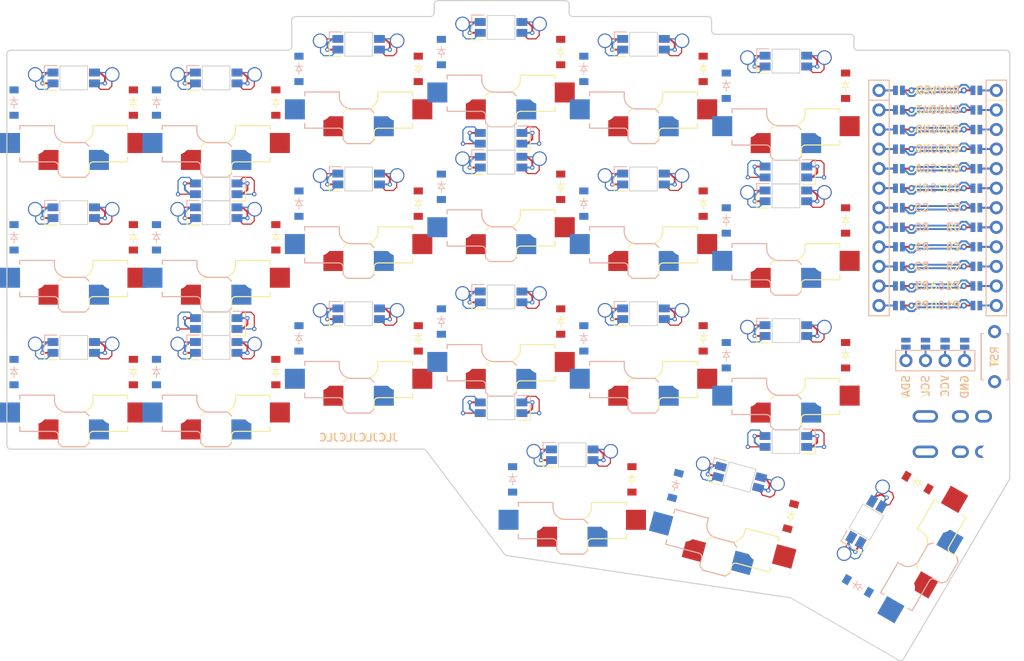
<source format=kicad_pcb>
(kicad_pcb (version 20240108) (generator "pcbnew") (generator_version "8.0")
  (title_block (title "corney_island") (date "2025-07-09") (rev "0.2") (company "ceoloide"))
  (layers (0 "F.Cu" signal) (31 "B.Cu" signal) (34 "B.Paste" user) (35 "F.Paste" user) (36 "B.SilkS" user "B.Silkscreen") (37 "F.SilkS" user "F.Silkscreen") (38 "B.Mask" user) (39 "F.Mask" user) (44 "Edge.Cuts" user))
  (net 0 "")
  (net 1 "C0")
  (net 2 "outer_bottom_B")
  (net 3 "GND")
  (net 4 "outer_home_B")
  (net 5 "outer_top_B")
  (net 6 "C1")
  (net 7 "pinky_bottom_B")
  (net 8 "pinky_home_B")
  (net 9 "pinky_top_B")
  (net 10 "C2")
  (net 11 "ring_bottom_B")
  (net 12 "ring_home_B")
  (net 13 "ring_top_B")
  (net 14 "C3")
  (net 15 "middle_bottom_B")
  (net 16 "middle_home_B")
  (net 17 "middle_top_B")
  (net 18 "C4")
  (net 19 "index_bottom_B")
  (net 20 "index_home_B")
  (net 21 "index_top_B")
  (net 22 "C5")
  (net 23 "inner_bottom_B")
  (net 24 "inner_home_B")
  (net 25 "inner_top_B")
  (net 26 "near_home_B")
  (net 27 "mid_home_B")
  (net 28 "far_home_B")
  (net 29 "R2")
  (net 30 "R1")
  (net 31 "R0")
  (net 32 "R3")
  (net 33 "outer_bottom_F")
  (net 34 "outer_home_F")
  (net 35 "outer_top_F")
  (net 36 "pinky_bottom_F")
  (net 37 "pinky_home_F")
  (net 38 "pinky_top_F")
  (net 39 "ring_bottom_F")
  (net 40 "ring_home_F")
  (net 41 "ring_top_F")
  (net 42 "middle_bottom_F")
  (net 43 "middle_home_F")
  (net 44 "middle_top_F")
  (net 45 "index_bottom_F")
  (net 46 "index_home_F")
  (net 47 "index_top_F")
  (net 48 "inner_bottom_F")
  (net 49 "inner_home_F")
  (net 50 "inner_top_F")
  (net 51 "near_home_F")
  (net 52 "mid_home_F")
  (net 53 "far_home_F")
  (net 54 "RAW")
  (net 55 "RST")
  (net 56 "VCC")
  (net 57 "P16")
  (net 58 "P10")
  (net 59 "LED")
  (net 60 "DAT")
  (net 61 "SDA")
  (net 62 "SCL")
  (net 63 "CS")
  (net 64 "P9")
  (net 65 "MCU1_24")
  (net 66 "MCU1_1")
  (net 67 "MCU1_23")
  (net 68 "MCU1_2")
  (net 69 "MCU1_22")
  (net 70 "MCU1_3")
  (net 71 "MCU1_21")
  (net 72 "MCU1_4")
  (net 73 "MCU1_20")
  (net 74 "MCU1_5")
  (net 75 "MCU1_19")
  (net 76 "MCU1_6")
  (net 77 "MCU1_18")
  (net 78 "MCU1_7")
  (net 79 "MCU1_17")
  (net 80 "MCU1_8")
  (net 81 "MCU1_16")
  (net 82 "MCU1_9")
  (net 83 "MCU1_15")
  (net 84 "MCU1_10")
  (net 85 "MCU1_14")
  (net 86 "MCU1_11")
  (net 87 "MCU1_13")
  (net 88 "MCU1_12")
  (net 89 "DISP1_1")
  (net 90 "DISP1_2")
  (net 91 "DISP1_3")
  (net 92 "DISP1_4")
  (net 93 "LED_21")
  (net 94 "LED_20")
  (net 95 "LED_19")
  (net 96 "LED_18")
  (net 97 "LED_16")
  (net 98 "LED_15")
  (net 99 "LED_17")
  (net 100 "LED_14")
  (net 101 "LED_13")
  (net 102 "LED_12")
  (net 103 "LED_10")
  (net 104 "LED_9")
  (net 105 "LED_11")
  (net 106 "LED_7")
  (net 107 "LED_6")
  (net 108 "LED_5")
  (net 109 "LED_4")
  (net 110 "LED_2")
  (net 111 "LED_1")
  (net 112 "LED_3")
  (net 113 "LED_8")
  (net 114 "ULED_6")
  (net 115 "ULED_1")
  (net 116 "ULED_2")
  (net 117 "ULED_3")
  (net 118 "ULED_4")
  (net 119 "ULED_5")
  (footprint "ceoloide:switch_choc_v1_v2" (layer "F.Cu") (at 174 60.625 180)
    (property "Reference" "S36" (hide yes))
    (property "Value" "")
  )
  (footprint "ceoloide:diode_tht_sod123" (layer "F.Cu") (at 181.75 94.125 -90)
    (property "Reference" "D34" (hide yes))
    (property "Value" "")
  )
  (footprint "ceoloide:switch_choc_v1_v2" (layer "F.Cu") (at 118.5 100 180)
    (property "Reference" "S25" (hide yes))
    (property "Value" "")
  )
  (footprint "ceoloide:switch_choc_v1_v2" (layer "F.Cu") (at 174 78.125 180)
    (property "Reference" "S35" (hide yes))
    (property "Value" "")
  )
  (footprint "ceoloide:diode_tht_sod123" (layer "F.Cu") (at 107.75 63.5 -90)
    (property "Reference" "D24" (hide yes))
    (property "Value" "")
  )
  (footprint "ceoloide:switch_choc_v1_v2" (layer "F.Cu") (at 185.25 116.6875 165)
    (property "Reference" "S41" (hide yes))
    (property "Value" "")
  )
  (footprint "ceoloide:diode_tht_sod123" (layer "F.Cu") (at 126.25 98.5 -90)
    (property "Reference" "D25" (hide yes))
    (property "Value" "")
  )
  (footprint "ceoloide:switch_choc_v1_v2" (layer "F.Cu") (at 118.5 65 180)
    (property "Reference" "S27" (hide yes))
    (property "Value" "")
  )
  (footprint "ceoloide:mounting_hole_npth" (layer "F.Cu") (at 197.157608 114.631748 60)
    (property "Reference" "MH7" (hide yes))
    (property "Value" "")
  )
  (footprint "ceoloide:diode_tht_sod123" (layer "F.Cu") (at 107.75 81 -90)
    (property "Reference" "D23" (hide yes))
    (property "Value" "")
  )
  (footprint "ceoloide:diode_tht_sod123" (layer "F.Cu") (at 200.25 78.8125 -90)
    (property "Reference" "D38" (hide yes))
    (property "Value" "")
  )
  (footprint "ceoloide:mounting_hole_npth" (layer "F.Cu") (at 151.157 107.365)
    (property "Reference" "MH6" (hide yes))
    (property "Value" "")
  )
  (footprint "ceoloide:diode_tht_sod123" (layer "F.Cu") (at 144.75 76.625 -90)
    (property "Reference" "D29" (hide yes))
    (property "Value" "")
  )
  (footprint "ceoloide:diode_tht_sod123" (layer "F.Cu") (at 163.25 56.9375 -90)
    (property "Reference" "D33" (hide yes))
    (property "Value" "")
  )
  (footprint "ceoloide:diode_tht_sod123" (layer "F.Cu") (at 126.25 63.5 -90)
    (property "Reference" "D27" (hide yes))
    (property "Value" "")
  )
  (footprint "ceoloide:mounting_hole_npth" (layer "F.Cu") (at 109.25 73.75)
    (property "Reference" "MH3" (hide yes))
    (property "Value" "")
  )
  (footprint "ceoloide:mounting_hole_npth" (layer "F.Cu") (at 218.969 108.8825)
    (property "Reference" "MH2" (hide yes))
    (property "Value" "")
  )
  (footprint "ceoloide:switch_choc_v1_v2" (layer "F.Cu") (at 118.5 82.5 180)
    (property "Reference" "S26" (hide yes))
    (property "Value" "")
  )
  (footprint "ceoloide:switch_choc_v1_v2" (layer "F.Cu") (at 174 95.625 180)
    (property "Reference" "S34" (hide yes))
    (property "Value" "")
  )
  (footprint "ceoloide:diode_tht_sod123" (layer "F.Cu") (at 193.124154 117.244459 -105)
    (property "Reference" "D41" (hide yes))
    (property "Value" "")
  )
  (footprint "ceoloide:switch_choc_v1_v2" (layer "F.Cu") (at 207.013843 120.322248 -120)
    (property "Reference" "S42" (hide yes))
    (property "Value" "")
  )
  (footprint "ceoloide:switch_choc_v1_v2" (layer "F.Cu") (at 100 65 180)
    (property "Reference" "S24" (hide yes))
    (property "Value" "")
  )
  (footprint "ceoloide:switch_choc_v1_v2" (layer "F.Cu") (at 155.5 75.9375 180)
    (property "Reference" "S32" (hide yes))
    (property "Value" "")
  )
  (footprint "ceoloide:switch_choc_v1_v2" (layer "F.Cu") (at 155.5 93.4375 180)
    (property "Reference" "S31" (hide yes))
    (property "Value" "")
  )
  (footprint "ceoloide:switch_choc_v1_v2" (layer "F.Cu") (at 137 60.625 180)
    (property "Reference" "S30" (hide yes))
    (property "Value" "")
  )
  (footprint "ceoloide:diode_tht_sod123" (layer "F.Cu") (at 181.75 59.125 -90)
    (property "Reference" "D36" (hide yes))
    (property "Value" "")
  )
  (footprint "ceoloide:switch_choc_v1_v2" (layer "F.Cu") (at 192.5 80.3125 180)
    (property "Reference" "S38" (hide yes))
    (property "Value" "")
  )
  (footprint "ceoloide:diode_tht_sod123" (layer "F.Cu") (at 181.75 76.625 -90)
    (property "Reference" "D35" (hide yes))
    (property "Value" "")
  )
  (footprint "ceoloide:switch_choc_v1_v2" (layer "F.Cu") (at 137 78.125 180)
    (property "Reference" "S29" (hide yes))
    (property "Value" "")
  )
  (footprint "ceoloide:diode_tht_sod123" (layer "F.Cu") (at 163.25 91.9375 -90)
    (property "Reference" "D31" (hide yes))
    (property "Value" "")
  )
  (footprint "ceoloide:switch_choc_v1_v2" (layer "F.Cu") (at 164.75 113.9375 180)
    (property "Reference" "S40" (hide yes))
    (property "Value" "")
  )
  (footprint "ceoloide:diode_tht_sod123" (layer "F.Cu") (at 163.25 74.4375 -90)
    (property "Reference" "D32" (hide yes))
    (property "Value" "")
  )
  (footprint "ceoloide:diode_tht_sod123" (layer "F.Cu") (at 107.75 98.5 -90)
    (property "Reference" "D22" (hide yes))
    (property "Value" "")
  )
  (footprint "ceoloide:mounting_hole_npth" (layer "F.Cu") (at 109.25 91.25)
    (property "Reference" "MH4" (hide yes))
    (property "Value" "")
  )
  (footprint "ceoloide:trrs_pj320a (reversible, symmetric)" (layer "F.Cu") (at 221.36 106.56 -90)
    (property "Reference" "TRRS1" (hide yes))
    (property "Value" "")
  )
  (footprint "ceoloide:diode_tht_sod123" (layer "F.Cu") (at 200.25 61.3125 -90)
    (property "Reference" "D39" (hide yes))
    (property "Value" "")
  )
  (footprint "ceoloide:mcu_nice_nano" (layer "F.Cu") (at 212.204 74.62)
    (property "Reference" "MCU1" (hide yes))
    (property "Value" "")
  )
  (footprint "ceoloide:switch_choc_v1_v2" (layer "F.Cu") (at 155.5 58.4375 180)
    (property "Reference" "S33" (hide yes))
    (property "Value" "")
  )
  (footprint "ceoloide:diode_tht_sod123" (layer "F.Cu") (at 172.5 112.4375 -90)
    (property "Reference" "D40" (hide yes))
    (property "Value" "")
  )
  (footprint "ceoloide:diode_tht_sod123" (layer "F.Cu") (at 200.25 96.3125 -90)
    (property "Reference" "D37" (hide yes))
    (property "Value" "")
  )
  (footprint "ceoloide:diode_tht_sod123" (layer "F.Cu") (at 144.75 94.125 -90)
    (property "Reference" "D28" (hide yes))
    (property "Value" "")
  )
  (footprint "ceoloide:switch_choc_v1_v2" (layer "F.Cu") (at 137 95.625 180)
    (property "Reference" "S28" (hide yes))
    (property "Value" "")
  )
  (footprint "ceoloide:mounting_hole_npth" (layer "F.Cu") (at 183.218 70.4235)
    (property "Reference" "MH5" (hide yes))
    (property "Value" "")
  )
  (footprint "ceoloide:mounting_hole_npth" (layer "F.Cu") (at 204.927 100.4385)
    (property "Reference" "MH1" (hide yes))
    (property "Value" "")
  )
  (footprint "ceoloide:switch_choc_v1_v2" (layer "F.Cu") (at 192.5 62.8125 180)
    (property "Reference" "S39" (hide yes))
    (property "Value" "")
  )
  (footprint "ceoloide:reset_switch_tht_top" (layer "F.Cu") (at 219.6 96.501 90)
    (property "Reference" "RST1" (hide yes))
    (property "Value" "")
  )
  (footprint "ceoloide:switch_choc_v1_v2" (layer "F.Cu") (at 100 100 180)
    (property "Reference" "S22" (hide yes))
    (property "Value" "")
  )
  (footprint "ceoloide:diode_tht_sod123" (layer "F.Cu") (at 126.25 81 -90)
    (property "Reference" "D26" (hide yes))
    (property "Value" "")
  )
  (footprint "ceoloide:diode_tht_sod123" (layer "F.Cu") (at 144.75 59.125 -90)
    (property "Reference" "D30" (hide yes))
    (property "Value" "")
  )
  (footprint "ceoloide:diode_tht_sod123" (layer "F.Cu") (at 209.589805 112.860551 -30)
    (property "Reference" "D42" (hide yes))
    (property "Value" "")
  )
  (footprint "ceoloide:switch_choc_v1_v2" (layer "F.Cu") (at 100 82.5 180)
    (property "Reference" "S23" (hide yes))
    (property "Value" "")
  )
  (footprint "ceoloide:display_ssd1306" (layer "F.Cu") (at 211.897 80.308)
    (property "Reference" "DISP1" (hide yes))
    (property "Value" "")
  )
  (footprint "ceoloide:switch_choc_v1_v2" (layer "F.Cu") (at 192.5 97.8125 180)
    (property "Reference" "S37" (hide yes))
    (property "Value" "")
  )
  (footprint "ceoloide:led_SK6812mini-e (per-key, reversible)" (layer "B.Cu") (at 164.75 109.2375)
    (property "Reference" "LED19" (hide yes))
    (property "Value" "")
    (fp_rect (start -1.8 -1.55) (end 1.8 1.55) (stroke (width 0.12)) (fill none) (layer "Edge.Cuts"))
  )
  (footprint "ceoloide:switch_choc_v1_v2" (layer "B.Cu") (at 174 60.625 180)
    (property "Reference" "S15" (hide yes))
    (property "Value" "")
  )
  (footprint "ceoloide:switch_choc_v1_v2" (layer "B.Cu") (at 174 95.625 180)
    (property "Reference" "S13" (hide yes))
    (property "Value" "")
  )
  (footprint "ceoloide:diode_tht_sod123" (layer "B.Cu") (at 110.75 81 -90)
    (property "Reference" "D5" (hide yes))
    (property "Value" "")
  )
  (footprint "ceoloide:diode_tht_sod123" (layer "B.Cu") (at 129.25 94.125 -90)
    (property "Reference" "D7" (hide yes))
    (property "Value" "")
  )
  (footprint "ceoloide:led_SK6812mini-e (per-key, reversible)" (layer "B.Cu") (at 137 90.925)
    (property "Reference" "LED7" (hide yes))
    (property "Value" "")
    (fp_rect (start -1.8 -1.55) (end 1.8 1.55) (stroke (width 0.12)) (fill none) (layer "Edge.Cuts"))
  )
  (footprint "ceoloide:diode_tht_sod123" (layer "B.Cu") (at 147.75 74.4375 -90)
    (property "Reference" "D11" (hide yes))
    (property "Value" "")
  )
  (footprint "ceoloide:switch_choc_v1_v2" (layer "B.Cu") (at 174 78.125 180)
    (property "Reference" "S14" (hide yes))
    (property "Value" "")
  )
  (footprint "ceoloide:led_SK6812mini-e (per-key, reversible)" (layer "B.Cu") (at 118.5 95.3)
    (property "Reference" "LED4" (hide yes))
    (property "Value" "")
    (fp_rect (start -1.8 -1.55) (end 1.8 1.55) (stroke (width 0.12)) (fill none) (layer "Edge.Cuts"))
  )
  (footprint "ceoloide:led_SK6812mini-e (underglow, reversible)" (layer "B.Cu") (at 192.5 107.5125 180)
    (property "Reference" "LED27" (hide yes))
    (property "Value" "")
    (fp_rect (start -1.8 -1.55) (end 1.8 1.55) (stroke (width 0.12)) (fill none) (layer "Edge.Cuts"))
  )
  (footprint "ceoloide:led_SK6812mini-e (per-key, reversible)" (layer "B.Cu") (at 118.5 77.8)
    (property "Reference" "LED5" (hide yes))
    (property "Value" "")
    (fp_rect (start -1.8 -1.55) (end 1.8 1.55) (stroke (width 0.12)) (fill none) (layer "Edge.Cuts"))
  )
  (footprint "ceoloide:diode_tht_sod123" (layer "B.Cu") (at 184.75 78.8125 -90)
    (property "Reference" "D17" (hide yes))
    (property "Value" "")
  )
  (footprint "ceoloide:diode_tht_sod123" (layer "B.Cu") (at 92.25 81 -90)
    (property "Reference" "D2" (hide yes))
    (property "Value" "")
  )
  (footprint "ceoloide:diode_tht_sod123" (layer "B.Cu") (at 201.839805 126.283945 -30)
    (property "Reference" "D21" (hide yes))
    (property "Value" "")
  )
  (footprint "ceoloide:led_SK6812mini-e (per-key, reversible)" (layer "B.Cu") (at 202.943524 117.972248 60)
    (property "Reference" "LED21" (hide yes))
    (property "Value" "")
    (fp_poly (pts (xy -1.8 -1.55) (xy 1.8 -1.55) (xy 1.8 1.55) (xy -1.8 1.55)) (stroke (width 0.12)) (fill none) (layer "Edge.Cuts"))
  )
  (footprint "ceoloide:diode_tht_sod123" (layer "B.Cu") (at 129.25 76.625 -90)
    (property "Reference" "D8" (hide yes))
    (property "Value" "")
  )
  (footprint "ceoloide:led_SK6812mini-e (per-key, reversible)" (layer "B.Cu") (at 186.46645 112.147649 -15)
    (property "Reference" "LED20" (hide yes))
    (property "Value" "")
    (fp_poly (pts (xy -1.8 -1.55) (xy 1.8 -1.55) (xy 1.8 1.55) (xy -1.8 1.55)) (stroke (width 0.12)) (fill none) (layer "Edge.Cuts"))
  )
  (footprint "ceoloide:switch_choc_v1_v2" (layer "B.Cu") (at 155.5 93.4375 180)
    (property "Reference" "S10" (hide yes))
    (property "Value" "")
  )
  (footprint "ceoloide:led_SK6812mini-e (per-key, reversible)" (layer "B.Cu") (at 174 55.925)
    (property "Reference" "LED15" (hide yes))
    (property "Value" "")
    (fp_rect (start -1.8 -1.55) (end 1.8 1.55) (stroke (width 0.12)) (fill none) (layer "Edge.Cuts"))
  )
  (footprint "ceoloide:switch_choc_v1_v2" (layer "B.Cu") (at 137 95.625 180)
    (property "Reference" "S7" (hide yes))
    (property "Value" "")
  )
  (footprint "ceoloide:led_SK6812mini-e (per-key, reversible)" (layer "B.Cu") (at 118.5 60.3)
    (property "Reference" "LED6" (hide yes))
    (property "Value" "")
    (fp_rect (start -1.8 -1.55) (end 1.8 1.55) (stroke (width 0.12)) (fill none) (layer "Edge.Cuts"))
  )
  (footprint "ceoloide:led_SK6812mini-e (per-key, reversible)" (layer "B.Cu") (at 137 55.925)
    (property "Reference" "LED9" (hide yes))
    (property "Value" "")
    (fp_rect (start -1.8 -1.55) (end 1.8 1.55) (stroke (width 0.12)) (fill none) (layer "Edge.Cuts"))
  )
  (footprint "ceoloide:diode_tht_sod123" (layer "B.Cu") (at 184.75 96.3125 -90)
    (property "Reference" "D16" (hide yes))
    (property "Value" "")
  )
  (footprint "ceoloide:switch_choc_v1_v2" (layer "B.Cu") (at 100 65 180)
    (property "Reference" "S3" (hide yes))
    (property "Value" "")
  )
  (footprint "ceoloide:diode_tht_sod123" (layer "B.Cu") (at 92.25 98.5 -90)
    (property "Reference" "D1" (hide yes))
    (property "Value" "")
  )
  (footprint "ceoloide:led_SK6812mini-e (per-key, reversible)" (layer "B.Cu") (at 174 90.925)
    (property "Reference" "LED13" (hide yes))
    (property "Value" "")
    (fp_rect (start -1.8 -1.55) (end 1.8 1.55) (stroke (width 0.12)) (fill none) (layer "Edge.Cuts"))
  )
  (footprint "ceoloide:switch_choc_v1_v2" (layer "B.Cu") (at 164.75 113.9375 180)
    (property "Reference" "S19" (hide yes))
    (property "Value" "")
  )
  (footprint "ceoloide:diode_tht_sod123" (layer "B.Cu") (at 147.75 91.9375 -90)
    (property "Reference" "D10" (hide yes))
    (property "Value" "")
  )
  (footprint "ceoloide:led_SK6812mini-e (underglow, reversible)" (layer "B.Cu") (at 192.5 72.5125 180)
    (property "Reference" "LED22" (hide yes))
    (property "Value" "")
    (fp_rect (start -1.8 -1.55) (end 1.8 1.55) (stroke (width 0.12)) (fill none) (layer "Edge.Cuts"))
  )
  (footprint "ceoloide:diode_tht_sod123" (layer "B.Cu") (at 178.152303 113.232764 -105)
    (property "Reference" "D20" (hide yes))
    (property "Value" "")
  )
  (footprint "ceoloide:led_SK6812mini-e (underglow, reversible)" (layer "B.Cu") (at 155.5 68.1375 180)
    (property "Reference" "LED23" (hide yes))
    (property "Value" "")
    (fp_rect (start -1.8 -1.55) (end 1.8 1.55) (stroke (width 0.12)) (fill none) (layer "Edge.Cuts"))
  )
  (footprint "ceoloide:diode_tht_sod123" (layer "B.Cu") (at 157 112.4375 -90)
    (property "Reference" "D19" (hide yes))
    (property "Value" "")
  )
  (footprint "ceoloide:diode_tht_sod123" (layer "B.Cu") (at 166.25 76.625 -90)
    (property "Reference" "D14" (hide yes))
    (property "Value" "")
  )
  (footprint "ceoloide:diode_tht_sod123" (layer "B.Cu") (at 92.25 63.5 -90)
    (property "Reference" "D3" (hide yes))
    (property "Value" "")
  )
  (footprint "ceoloide:led_SK6812mini-e (per-key, reversible)" (layer "B.Cu") (at 100 77.8)
    (property "Reference" "LED2" (hide yes))
    (property "Value" "")
    (fp_rect (start -1.8 -1.55) (end 1.8 1.55) (stroke (width 0.12)) (fill none) (layer "Edge.Cuts"))
  )
  (footprint "ceoloide:switch_choc_v1_v2" (layer "B.Cu") (at 100 82.5 180)
    (property "Reference" "S2" (hide yes))
    (property "Value" "")
  )
  (footprint "ceoloide:led_SK6812mini-e (per-key, reversible)" (layer "B.Cu") (at 137 73.425)
    (property "Reference" "LED8" (hide yes))
    (property "Value" "")
    (fp_rect (start -1.8 -1.55) (end 1.8 1.55) (stroke (width 0.12)) (fill none) (layer "Edge.Cuts"))
  )
  (footprint "ceoloide:switch_choc_v1_v2" (layer "B.Cu") (at 137 60.625 180)
    (property "Reference" "S9" (hide yes))
    (property "Value" "")
  )
  (footprint "ceoloide:switch_choc_v1_v2" (layer "B.Cu") (at 118.5 65 180)
    (property "Reference" "S6" (hide yes))
    (property "Value" "")
  )
  (footprint "ceoloide:diode_tht_sod123" (layer "B.Cu") (at 184.75 61.3125 -90)
    (property "Reference" "D18" (hide yes))
    (property "Value" "")
  )
  (footprint "ceoloide:led_SK6812mini-e (per-key, reversible)" (layer "B.Cu") (at 100 95.3)
    (property "Reference" "LED1" (hide yes))
    (property "Value" "")
    (fp_rect (start -1.8 -1.55) (end 1.8 1.55) (stroke (width 0.12)) (fill none) (layer "Edge.Cuts"))
  )
  (footprint "ceoloide:switch_choc_v1_v2" (layer "B.Cu") (at 118.5 82.5 180)
    (property "Reference" "S5" (hide yes))
    (property "Value" "")
  )
  (footprint "ceoloide:switch_choc_v1_v2" (layer "B.Cu") (at 192.5 62.8125 180)
    (property "Reference" "S18" (hide yes))
    (property "Value" "")
  )
  (footprint "ceoloide:diode_tht_sod123" (layer "B.Cu") (at 166.25 94.125 -90)
    (property "Reference" "D13" (hide yes))
    (property "Value" "")
  )
  (footprint "ceoloide:led_SK6812mini-e (per-key, reversible)" (layer "B.Cu") (at 155.5 71.2375)
    (property "Reference" "LED11" (hide yes))
    (property "Value" "")
    (fp_rect (start -1.8 -1.55) (end 1.8 1.55) (stroke (width 0.12)) (fill none) (layer "Edge.Cuts"))
  )
  (footprint "ceoloide:switch_choc_v1_v2" (layer "B.Cu") (at 207.013843 120.322248 -120)
    (property "Reference" "S21" (hide yes))
    (property "Value" "")
  )
  (footprint "ceoloide:switch_choc_v1_v2" (layer "B.Cu") (at 192.5 97.8125 180)
    (property "Reference" "S16" (hide yes))
    (property "Value" "")
  )
  (footprint "ceoloide:switch_choc_v1_v2" (layer "B.Cu") (at 118.5 100 180)
    (property "Reference" "S4" (hide yes))
    (property "Value" "")
  )
  (footprint "ceoloide:led_SK6812mini-e (underglow, reversible)" (layer "B.Cu") (at 118.5 92.2 180)
    (property "Reference" "LED25" (hide yes))
    (property "Value" "")
    (fp_rect (start -1.8 -1.55) (end 1.8 1.55) (stroke (width 0.12)) (fill none) (layer "Edge.Cuts"))
  )
  (footprint "ceoloide:diode_tht_sod123" (layer "B.Cu") (at 147.75 56.9375 -90)
    (property "Reference" "D12" (hide yes))
    (property "Value" "")
  )
  (footprint "ceoloide:switch_choc_v1_v2" (layer "B.Cu") (at 155.5 58.4375 180)
    (property "Reference" "S12" (hide yes))
    (property "Value" "")
  )
  (footprint "ceoloide:led_SK6812mini-e (per-key, reversible)" (layer "B.Cu") (at 192.5 58.1125)
    (property "Reference" "LED18" (hide yes))
    (property "Value" "")
    (fp_rect (start -1.8 -1.55) (end 1.8 1.55) (stroke (width 0.12)) (fill none) (layer "Edge.Cuts"))
  )
  (footprint "ceoloide:led_SK6812mini-e (per-key, reversible)" (layer "B.Cu") (at 155.5 53.7375)
    (property "Reference" "LED12" (hide yes))
    (property "Value" "")
    (fp_rect (start -1.8 -1.55) (end 1.8 1.55) (stroke (width 0.12)) (fill none) (layer "Edge.Cuts"))
  )
  (footprint "ceoloide:switch_choc_v1_v2" (layer "B.Cu") (at 100 100 180)
    (property "Reference" "S1" (hide yes))
    (property "Value" "")
  )
  (footprint "ceoloide:diode_tht_sod123" (layer "B.Cu") (at 110.75 98.5 -90)
    (property "Reference" "D4" (hide yes))
    (property "Value" "")
  )
  (footprint "ceoloide:led_SK6812mini-e (per-key, reversible)" (layer "B.Cu") (at 155.5 88.7375)
    (property "Reference" "LED10" (hide yes))
    (property "Value" "")
    (fp_rect (start -1.8 -1.55) (end 1.8 1.55) (stroke (width 0.12)) (fill none) (layer "Edge.Cuts"))
  )
  (footprint "ceoloide:led_SK6812mini-e (underglow, reversible)" (layer "B.Cu") (at 155.5 103.1375 180)
    (property "Reference" "LED26" (hide yes))
    (property "Value" "")
    (fp_rect (start -1.8 -1.55) (end 1.8 1.55) (stroke (width 0.12)) (fill none) (layer "Edge.Cuts"))
  )
  (footprint "ceoloide:led_SK6812mini-e (underglow, reversible)" (layer "B.Cu") (at 118.5 74.7 180)
    (property "Reference" "LED24" (hide yes))
    (property "Value" "")
    (fp_rect (start -1.8 -1.55) (end 1.8 1.55) (stroke (width 0.12)) (fill none) (layer "Edge.Cuts"))
  )
  (footprint "ceoloide:diode_tht_sod123" (layer "B.Cu") (at 166.25 59.125 -90)
    (property "Reference" "D15" (hide yes))
    (property "Value" "")
  )
  (footprint "ceoloide:led_SK6812mini-e (per-key, reversible)" (layer "B.Cu") (at 174 73.425)
    (property "Reference" "LED14" (hide yes))
    (property "Value" "")
    (fp_rect (start -1.8 -1.55) (end 1.8 1.55) (stroke (width 0.12)) (fill none) (layer "Edge.Cuts"))
  )
  (footprint "ceoloide:switch_choc_v1_v2" (layer "B.Cu") (at 192.5 80.3125 180)
    (property "Reference" "S17" (hide yes))
    (property "Value" "")
  )
  (footprint "ceoloide:diode_tht_sod123" (layer "B.Cu") (at 110.75 63.5 -90)
    (property "Reference" "D6" (hide yes))
    (property "Value" "")
  )
  (footprint "ceoloide:led_SK6812mini-e (per-key, reversible)" (layer "B.Cu") (at 100 60.3)
    (property "Reference" "LED3" (hide yes))
    (property "Value" "")
    (fp_rect (start -1.8 -1.55) (end 1.8 1.55) (stroke (width 0.12)) (fill none) (layer "Edge.Cuts"))
  )
  (footprint "ceoloide:switch_choc_v1_v2" (layer "B.Cu") (at 137 78.125 180)
    (property "Reference" "S8" (hide yes))
    (property "Value" "")
  )
  (footprint "ceoloide:switch_choc_v1_v2" (layer "B.Cu") (at 155.5 75.9375 180)
    (property "Reference" "S11" (hide yes))
    (property "Value" "")
  )
  (footprint "ceoloide:switch_choc_v1_v2" (layer "B.Cu") (at 185.25 116.6875 165)
    (property "Reference" "S20" (hide yes))
    (property "Value" "")
  )
  (footprint "ceoloide:led_SK6812mini-e (per-key, reversible)" (layer "B.Cu") (at 192.5 93.1125)
    (property "Reference" "LED16" (hide yes))
    (property "Value" "")
    (fp_rect (start -1.8 -1.55) (end 1.8 1.55) (stroke (width 0.12)) (fill none) (layer "Edge.Cuts"))
  )
  (footprint "ceoloide:diode_tht_sod123" (layer "B.Cu") (at 129.25 59.125 -90)
    (property "Reference" "D9" (hide yes))
    (property "Value" "")
  )
  (footprint "ceoloide:led_SK6812mini-e (per-key, reversible)" (layer "B.Cu") (at 192.5 75.6125)
    (property "Reference" "LED17" (hide yes))
    (property "Value" "")
    (fp_rect (start -1.8 -1.55) (end 1.8 1.55) (stroke (width 0.12)) (fill none) (layer "Edge.Cuts"))
  )
  (gr_arc (start 164.843 52.3275) (mid 164.489447 52.181053) (end 164.343 51.8275) (stroke (width 0.15)) (layer "Edge.Cuts"))
  (gr_arc (start 163.843 50.2525) (mid 164.196553 50.398947) (end 164.343 50.7525) (stroke (width 0.15)) (layer "Edge.Cuts"))
  (gr_arc (start 128.315 52.8275) (mid 128.461447 52.473947) (end 128.815 52.3275) (stroke (width 0.15)) (layer "Edge.Cuts"))
  (gr_arc (start 145.358774 108.505034) (mid 145.58146 108.557352) (end 145.757574 108.703349) (stroke (width 0.15)) (layer "Edge.Cuts"))
  (gr_line (start 147.315 50.2525) (end 163.843 50.2525) (stroke (width 0.15)) (layer "Edge.Cuts"))
  (gr_line (start 155.92179 122.137157) (end 145.757574 108.703349) (stroke (width 0.15)) (layer "Edge.Cuts"))
  (gr_arc (start 201.82406 56.7025) (mid 201.468409 56.553903) (end 201.324097 56.196476) (stroke (width 0.15)) (layer "Edge.Cuts"))
  (gr_arc (start 146.815 51.8275) (mid 146.668553 52.181053) (end 146.315 52.3275) (stroke (width 0.15)) (layer "Edge.Cuts"))
  (gr_line (start 207.119235 135.902849) (end 193.184927 127.857872) (stroke (width 0.15)) (layer "Edge.Cuts"))
  (gr_line (start 201.336905 55.133401) (end 201.324097 56.196476) (stroke (width 0.15)) (layer "Edge.Cuts"))
  (gr_arc (start 182.343 52.3275) (mid 182.696553 52.473947) (end 182.843 52.8275) (stroke (width 0.15)) (layer "Edge.Cuts"))
  (gr_line (start 221.501013 112.479525) (end 221.253 112.909096) (stroke (width 0.15)) (layer "Edge.Cuts"))
  (gr_line (start 221.568 57.2025) (end 221.568 112.229525) (stroke (width 0.15)) (layer "Edge.Cuts"))
  (gr_line (start 91.316981 108.01245) (end 91.315019 57.202506) (stroke (width 0.15)) (layer "Edge.Cuts"))
  (gr_line (start 128.815 52.3275) (end 146.315 52.3275) (stroke (width 0.15)) (layer "Edge.Cuts"))
  (gr_line (start 146.815 51.8275) (end 146.815 50.7525) (stroke (width 0.15)) (layer "Edge.Cuts"))
  (gr_arc (start 128.315 56.201514) (mid 128.168553 56.555054) (end 127.815013 56.701514) (stroke (width 0.15)) (layer "Edge.Cuts"))
  (gr_arc (start 207.799933 135.723804) (mid 207.496419 135.953395) (end 207.119235 135.902849) (stroke (width 0.15)) (layer "Edge.Cuts"))
  (gr_arc (start 91.315019 57.202506) (mid 91.46146 56.84896) (end 91.815006 56.702486) (stroke (width 0.15)) (layer "Edge.Cuts"))
  (gr_arc (start 183.342878 54.623122) (mid 182.989396 54.476634) (end 182.843 54.123122) (stroke (width 0.15)) (layer "Edge.Cuts"))
  (gr_line (start 221.253 112.909096) (end 207.799933 135.723804) (stroke (width 0.15)) (layer "Edge.Cuts"))
  (gr_line (start 145.358774 108.505034) (end 91.81705 108.512431) (stroke (width 0.15)) (layer "Edge.Cuts"))
  (gr_line (start 183.342878 54.623122) (end 200.837063 54.627377) (stroke (width 0.15)) (layer "Edge.Cuts"))
  (gr_arc (start 200.837063 54.627377) (mid 201.192642 54.776016) (end 201.336905 55.133401) (stroke (width 0.15)) (layer "Edge.Cuts"))
  (gr_line (start 201.82406 56.7025) (end 221.068 56.7025) (stroke (width 0.15)) (layer "Edge.Cuts"))
  (gr_arc (start 221.568 112.229525) (mid 221.550957 112.358932) (end 221.501013 112.479525) (stroke (width 0.15)) (layer "Edge.Cuts"))
  (gr_line (start 164.843 52.3275) (end 182.343 52.3275) (stroke (width 0.15)) (layer "Edge.Cuts"))
  (gr_line (start 193.008466 127.796322) (end 156.246981 122.330034) (stroke (width 0.15)) (layer "Edge.Cuts"))
  (gr_arc (start 91.81705 108.512431) (mid 91.46346 108.366011) (end 91.316981 108.01245) (stroke (width 0.15)) (layer "Edge.Cuts"))
  (gr_arc (start 193.008466 127.796322) (mid 193.099596 127.818783) (end 193.184927 127.857872) (stroke (width 0.15)) (layer "Edge.Cuts"))
  (gr_line (start 91.815006 56.702486) (end 127.815014 56.701514) (stroke (width 0.15)) (layer "Edge.Cuts"))
  (gr_arc (start 221.068 56.7025) (mid 221.421553 56.848947) (end 221.568 57.2025) (stroke (width 0.15)) (layer "Edge.Cuts"))
  (gr_line (start 164.343 50.7525) (end 164.343 51.8275) (stroke (width 0.15)) (layer "Edge.Cuts"))
  (gr_arc (start 146.815 50.7525) (mid 146.961447 50.398947) (end 147.315 50.2525) (stroke (width 0.15)) (layer "Edge.Cuts"))
  (gr_line (start 182.843 52.8275) (end 182.843 54.123122) (stroke (width 0.15)) (layer "Edge.Cuts"))
  (gr_arc (start 156.246981 122.330034) (mid 156.06545 122.265521) (end 155.92179 122.137157) (stroke (width 0.15)) (layer "Edge.Cuts"))
  (gr_line (start 128.315 56.201514) (end 128.315 52.8275) (stroke (width 0.15)) (layer "Edge.Cuts"))
  (gr_text "JLCJLCJLCJLC" (at 137 107 0) (layer "B.SilkS") (effects (font (size 1 1)) (justify mirror)))
  (gr_text "JLCJLCJLCJLC" (at 137 107 0) (layer "F.SilkS") (effects (font (size 1 1))))
  (segment (start 207.624 72.08) (end 208.804 72.08) (width 0.25) (layer "F.Cu") (net 1))
  (segment (start 215.904305 71.355) (end 215.303695 71.355) (width 0.25) (layer "B.Cu") (net 1))
  (segment (start 216.979 72.08) (end 216.629305 72.08) (width 0.25) (layer "B.Cu") (net 1))
  (segment (start 216.629305 72.08) (end 215.904305 71.355) (width 0.25) (layer "B.Cu") (net 1))
  (segment (start 214.798695 71.86) (end 209.024 71.86) (width 0.25) (layer "B.Cu") (net 1))
  (segment (start 215.303695 71.355) (end 214.798695 71.86) (width 0.25) (layer "B.Cu") (net 1))
  (segment (start 115.8 61) (end 114.44 61) (width 0.25) (layer "F.Cu") (net 3))
  (segment (start 189.8 93.8125) (end 188.44 93.8125) (width 0.25) (layer "F.Cu") (net 3))
  (segment (start 171.3 56.625) (end 169.94 56.625) (width 0.25) (layer "F.Cu") (net 3))
  (segment (start 121.9 75.4) (end 122.56 74.805916) (width 0.25) (layer "F.Cu") (net 3))
  (segment (start 216.784 69.54) (end 215.604 69.54) (width 0.25) (layer "F.Cu") (net 3))
  (segment (start 216.784 67) (end 215.604 67) (width 0.25) (layer "F.Cu") (net 3))
  (segment (start 115.8 78.5) (end 114.44 78.5) (width 0.25) (layer "F.Cu") (net 3))
  (segment (start 97.3 61) (end 95.94 61) (width 0.25) (layer "F.Cu") (net 3))
  (segment (start 195.9 73.2125) (end 196.56 72.618416) (width 0.25) (layer "F.Cu") (net 3))
  (segment (start 202.199741 120.660517) (end 201.519741 121.838311) (width 0.25) (layer "F.Cu") (net 3))
  (segment (start 159.56 103.243416) (end 159.56 102.4375) (width 0.25) (layer "F.Cu") (net 3))
  (segment (start 122.56 74.805916) (end 122.56 74) (width 0.25) (layer "F.Cu") (net 3))
  (segment (start 195.2 108.2125) (end 195.9 108.2125) (width 0.25) (layer "F.Cu") (net 3))
  (segment (start 158.9 103.8375) (end 159.56 103.243416) (width 0.25) (layer "F.Cu") (net 3))
  (segment (start 171.3 74.125) (end 169.94 74.125) (width 0.25) (layer "F.Cu") (net 3))
  (segment (start 207.624 64.46) (end 208.804 64.46) (width 0.25) (layer "F.Cu") (net 3))
  (segment (start 121.2 92.9) (end 121.9 92.9) (width 0.25) (layer "F.Cu") (net 3))
  (segment (start 97.3 96) (end 95.94 96) (width 0.25) (layer "F.Cu") (net 3))
  (segment (start 134.3 91.625) (end 132.94 91.625) (width 0.25) (layer "F.Cu") (net 3))
  (segment (start 158.2 103.8375) (end 158.9 103.8375) (width 0.25) (layer "F.Cu") (net 3))
  (segment (start 159.56 68.243416) (end 159.56 67.4375) (width 0.25) (layer "F.Cu") (net 3))
  (segment (start 183.677276 112.124985) (end 182.363617 111.772991) (width 0.25) (layer "F.Cu") (net 3))
  (segment (start 121.2 75.4) (end 121.9 75.4) (width 0.25) (layer "F.Cu") (net 3))
  (segment (start 189.8 58.8125) (end 188.44 58.8125) (width 0.25) (layer "F.Cu") (net 3))
  (segment (start 195.2 73.2125) (end 195.9 73.2125) (width 0.25) (layer "F.Cu") (net 3))
  (segment (start 171.3 91.625) (end 169.94 91.625) (width 0.25) (layer "F.Cu") (net 3))
  (segment (start 122.56 92.305916) (end 122.56 91.5) (width 0.25) (layer "F.Cu") (net 3))
  (segment (start 162.05 109.9375) (end 160.69 109.9375) (width 0.25) (layer "F.Cu") (net 3))
  (segment (start 121.9 92.9) (end 122.56 92.305916) (width 0.25) (layer "F.Cu") (net 3))
  (segment (start 134.3 74.125) (end 132.94 74.125) (width 0.25) (layer "F.Cu") (net 3))
  (segment (start 115.8 96) (end 114.44 96) (width 0.25) (layer "F.Cu") (net 3))
  (segment (start 158.2 68.8375) (end 158.9 68.8375) (width 0.25) (layer "F.Cu") (net 3))
  (segment (start 97.3 78.5) (end 95.94 78.5) (width 0.25) (layer "F.Cu") (net 3))
  (segment (start 152.8 54.4375) (end 151.44 54.4375) (width 0.25) (layer "F.Cu") (net 3))
  (segment (start 134.3 56.625) (end 132.94 56.625) (width 0.25) (layer "F.Cu") (net 3))
  (segment (start 152.8 71.9375) (end 151.44 71.9375) (width 0.25) (layer "F.Cu") (net 3))
  (segment (start 189.8 76.3125) (end 188.44 76.3125) (width 0.25) (layer "F.Cu") (net 3))
  (segment (start 158.9 68.8375) (end 159.56 68.243416) (width 0.25) (layer "F.Cu") (net 3))
  (segment (start 196.56 107.618416) (end 196.56 106.8125) (width 0.25) (layer "F.Cu") (net 3))
  (segment (start 152.8 89.4375) (end 151.44 89.4375) (width 0.25) (layer "F.Cu") (net 3))
  (segment (start 195.9 108.2125) (end 196.56 107.618416) (width 0.25) (layer "F.Cu") (net 3))
  (segment (start 196.56 72.618416) (end 196.56 71.8125) (width 0.25) (layer "F.Cu") (net 3))
  (via (at 159.56 67.4375) (size 0.56) (drill 0.3) (layers "F.Cu" "B.Cu") (net 3))
  (via (at 114.44 61) (size 0.56) (drill 0.3) (layers "F.Cu" "B.Cu") (net 3))
  (via (at 188.44 93.8125) (size 0.56) (drill 0.3) (layers "F.Cu" "B.Cu") (net 3))
  (via (at 182.363617 111.772991) (size 0.56) (drill 0.3) (layers "F.Cu" "B.Cu") (net 3))
  (via (at 160.69 109.9375) (size 0.56) (drill 0.3) (layers "F.Cu" "B.Cu") (net 3))
  (via (at 151.44 89.4375) (size 0.56) (drill 0.3) (layers "F.Cu" "B.Cu") (net 3))
  (via (at 188.44 58.8125) (size 0.56) (drill 0.3) (layers "F.Cu" "B.Cu") (net 3))
  (via (at 95.94 61) (size 0.56) (drill 0.3) (layers "F.Cu" "B.Cu") (net 3))
  (via (at 151.44 71.9375) (size 0.56) (drill 0.3) (layers "F.Cu" "B.Cu") (net 3))
  (via (at 169.94 74.125) (size 0.56) (drill 0.3) (layers "F.Cu" "B.Cu") (net 3))
  (via (at 122.56 91.5) (size 0.56) (drill 0.3) (layers "F.Cu" "B.Cu") (net 3))
  (via (at 132.94 74.125) (size 0.56) (drill 0.3) (layers "F.Cu" "B.Cu") (net 3))
  (via (at 132.94 56.625) (size 0.56) (drill 0.3) (layers "F.Cu" "B.Cu") (net 3))
  (via (at 122.56 74) (size 0.56) (drill 0.3) (layers "F.Cu" "B.Cu") (net 3))
  (via (at 95.94 78.5) (size 0.56) (drill 0.3) (layers "F.Cu" "B.Cu") (net 3))
  (via (at 169.94 56.625) (size 0.56) (drill 0.3) (layers "F.Cu" "B.Cu") (net 3))
  (via (at 114.44 78.5) (size 0.56) (drill 0.3) (layers "F.Cu" "B.Cu") (net 3))
  (via (at 201.519741 121.838311) (size 0.56) (drill 0.3) (layers "F.Cu" "B.Cu") (net 3))
  (via (at 132.94 91.625) (size 0.56) (drill 0.3) (layers "F.Cu" "B.Cu") (net 3))
  (via (at 151.44 54.4375) (size 0.56) (drill 0.3) (layers "F.Cu" "B.Cu") (net 3))
  (via (at 159.56 102.4375) (size 0.56) (drill 0.3) (layers "F.Cu" "B.Cu") (net 3))
  (via (at 188.44 76.3125) (size 0.56) (drill 0.3) (layers "F.Cu" "B.Cu") (net 3))
  (via (at 95.94 96) (size 0.56) (drill 0.3) (layers "F.Cu" "B.Cu") (net 3))
  (via (at 169.94 91.625) (size 0.56) (drill 0.3) (layers "F.Cu" "B.Cu") (net 3))
  (via (at 196.56 106.8125) (size 0.56) (drill 0.3) (layers "F.Cu" "B.Cu") (net 3))
  (via (at 114.44 96) (size 0.56) (drill 0.3) (layers "F.Cu" "B.Cu") (net 3))
  (via (at 196.56 71.8125) (size 0.56) (drill 0.3) (layers "F.Cu" "B.Cu") (net 3))
  (segment (start 158.2 102.4375) (end 159.56 102.4375) (width 0.25) (layer "B.Cu") (net 3))
  (segment (start 195.2 71.8125) (end 196.56 71.8125) (width 0.25) (layer "B.Cu") (net 3))
  (segment (start 214.798695 64.24) (end 209.024 64.24) (width 0.25) (layer "B.Cu") (net 3))
  (segment (start 171.3 55.225) (end 170.6 55.225) (width 0.25) (layer "B.Cu") (net 3))
  (segment (start 115.1 59.6) (end 114.44 60.194084) (width 0.25) (layer "B.Cu") (net 3))
  (segment (start 158.2 67.4375) (end 159.56 67.4375) (width 0.25) (layer "B.Cu") (net 3))
  (segment (start 171.3 72.725) (end 170.6 72.725) (width 0.25) (layer "B.Cu") (net 3))
  (segment (start 209.599305 67.23) (end 215.374 67.23) (width 0.25) (layer "B.Cu") (net 3))
  (segment (start 209.104305 70.265) (end 209.599305 69.77) (width 0.25) (layer "B.Cu") (net 3))
  (segment (start 132.94 55.819084) (end 132.94 56.625) (width 0.25) (layer "B.Cu") (net 3))
  (segment (start 133.6 55.225) (end 132.94 55.819084) (width 0.25) (layer "B.Cu") (net 3))
  (segment (start 151.44 71.131584) (end 151.44 71.9375) (width 0.25) (layer "B.Cu") (net 3))
  (segment (start 121.2 74) (end 122.56 74) (width 0.25) (layer "B.Cu") (net 3))
  (segment (start 169.94 55.819084) (end 169.94 56.625) (width 0.25) (layer "B.Cu") (net 3))
  (segment (start 208.503695 67.725) (end 209.104305 67.725) (width 0.25) (layer "B.Cu") (net 3))
  (segment (start 207.778695 69.54) (end 208.503695 70.265) (width 0.25) (layer "B.Cu") (net 3))
  (segment (start 95.94 77.694084) (end 95.94 78.5) (width 0.25) (layer "B.Cu") (net 3))
  (segment (start 200.637306 120.566735) (end 200.821798 121.435353) (width 0.25) (layer "B.Cu") (net 3))
  (segment (start 171.3 90.225) (end 170.6 90.225) (width 0.25) (layer "B.Cu") (net 3))
  (segment (start 132.94 73.319084) (end 132.94 74.125) (width 0.25) (layer "B.Cu") (net 3))
  (segment (start 114.44 77.694084) (end 114.44 78.5) (width 0.25) (layer "B.Cu") (net 3))
  (segment (start 207.429 67) (end 207.778695 67) (width 0.25) (layer "B.Cu") (net 3))
  (segment (start 195.2 106.8125) (end 196.56 106.8125) (width 0.25) (layer "B.Cu") (net 3))
  (segment (start 152.1 53.0375) (end 151.44 53.631584) (width 0.25) (layer "B.Cu") (net 3))
  (segment (start 183.363475 110.591516) (end 182.572204 110.994536) (width 0.25) (layer "B.Cu") (net 3))
  (segment (start 97.3 77.1) (end 96.6 77.1) (width 0.25) (layer "B.Cu") (net 3))
  (segment (start 200.821798 121.435353) (end 201.519741 121.838311) (width 0.25) (layer "B.Cu") (net 3))
  (segment (start 188.44 93.006584) (end 188.44 93.8125) (width 0.25) (layer "B.Cu") (net 3))
  (segment (start 216.979 64.46) (end 216.629305 64.46) (width 0.25) (layer "B.Cu") (net 3))
  (segment (start 189.1 74.9125) (end 188.44 75.506584) (width 0.25) (layer "B.Cu") (net 3))
  (segment (start 152.1 70.5375) (end 151.44 71.131584) (width 0.25) (layer "B.Cu") (net 3))
  (segment (start 151.44 53.631584) (end 151.44 54.4375) (width 0.25) (layer "B.Cu") (net 3))
  (segment (start 134.3 90.225) (end 133.6 90.225) (width 0.25) (layer "B.Cu") (net 3))
  (segment (start 182.572204 110.994536) (end 182.363617 111.772991) (width 0.25) (layer "B.Cu") (net 3))
  (segment (start 216.629305 64.46) (end 215.904305 63.735) (width 0.25) (layer "B.Cu") (net 3))
  (segment (start 151.44 88.631584) (end 151.44 89.4375) (width 0.25) (layer "B.Cu") (net 3))
  (segment (start 115.8 94.6) (end 115.1 94.6) (width 0.25) (layer "B.Cu") (net 3))
  (segment (start 162.05 108.5375) (end 161.35 108.5375) (width 0.25) (layer "B.Cu") (net 3))
  (segment (start 95.94 95.194084) (end 95.94 96) (width 0.25) (layer "B.Cu") (net 3))
  (segment (start 152.8 70.5375) (end 152.1 70.5375) (width 0.25) (layer "B.Cu") (net 3))
  (segment (start 209.104305 67.725) (end 209.599305 67.23) (width 0.25) (layer "B.Cu") (net 3))
  (segment (start 134.3 55.225) (end 133.6 55.225) (width 0.25) (layer "B.Cu") (net 3))
  (segment (start 189.8 57.4125) (end 189.1 57.4125) (width 0.25) (layer "B.Cu") (net 3))
  (segment (start 215.904305 63.735) (end 215.303695 63.735) (width 0.25) (layer "B.Cu") (net 3))
  (segment (start 207.778695 67) (end 208.503695 67.725) (width 0.25) (layer "B.Cu") (net 3))
  (segment (start 115.1 94.6) (end 114.44 95.194084) (width 0.25) (layer "B.Cu") (net 3))
  (segment (start 170.6 90.225) (end 169.94 90.819084) (width 0.25) (layer "B.Cu") (net 3))
  (segment (start 188.44 58.006584) (end 188.44 58.8125) (width 0.25) (layer "B.Cu") (net 3))
  (segment (start 96.6 94.6) (end 95.94 95.194084) (width 0.25) (layer "B.Cu") (net 3))
  (segment (start 189.8 74.9125) (end 189.1 74.9125) (width 0.25) (layer "B.Cu") (net 3))
  (segment (start 189.1 92.4125) (end 188.44 93.006584) (width 0.25) (layer "B.Cu") (net 3))
  (segment (start 114.44 60.194084) (end 114.44 61) (width 0.25) (layer "B.Cu") (net 3))
  (segment (start 132.94 90.819084) (end 132.94 91.625) (width 0.25) (layer "B.Cu") (net 3))
  (segment (start 169.94 73.319084) (end 169.94 74.125) (width 0.25) (layer "B.Cu") (net 3))
  (segment (start 95.94 60.194084) (end 95.94 61) (width 0.25) (layer "B.Cu") (net 3))
  (segment (start 184.039623 110.772689) (end 183.363475 110.591516) (width 0.25) (layer "B.Cu") (net 3))
  (segment (start 133.6 90.225) (end 132.94 90.819084) (width 0.25) (layer "B.Cu") (net 3))
  (segment (start 209.599305 69.77) (end 215.374 69.77) (width 0.25) (layer "B.Cu") (net 3))
  (segment (start 208.503695 70.265) (end 209.104305 70.265) (width 0.25) (layer "B.Cu") (net 3))
  (segment (start 96.6 77.1) (end 95.94 77.694084) (width 0.25) (layer "B.Cu") (net 3))
  (segment (start 115.8 77.1) (end 115.1 77.1) (width 0.25) (layer "B.Cu") (net 3))
  (segment (start 133.6 72.725) (end 132.94 73.319084) (width 0.25) (layer "B.Cu") (net 3))
  (segment (start 97.3 94.6) (end 96.6 94.6) (width 0.25) (layer "B.Cu") (net 3))
  (segment (start 189.8 92.4125) (end 189.1 92.4125) (width 0.25) (layer "B.Cu") (net 3))
  (segment (start 115.8 59.6) (end 115.1 59.6) (width 0.25) (layer "B.Cu") (net 3))
  (segment (start 134.3 72.725) (end 133.6 72.725) (width 0.25) (layer "B.Cu") (net 3))
  (segment (start 189.1 57.4125) (end 188.44 58.006584) (width 0.25) (layer "B.Cu") (net 3))
  (segment (start 207.429 69.54) (end 207.778695 69.54) (width 0.25) (layer "B.Cu") (net 3))
  (segment (start 170.6 72.725) (end 169.94 73.319084) (width 0.25) (layer "B.Cu") (net 3))
  (segment (start 121.2 91.5) (end 122.56 91.5) (width 0.25) (layer "B.Cu") (net 3))
  (segment (start 96.6 59.6) (end 95.94 60.194084) (width 0.25) (layer "B.Cu") (net 3))
  (segment (start 161.35 108.5375) (end 160.69 109.131584) (width 0.25) (layer "B.Cu") (net 3))
  (segment (start 169.94 90.819084) (end 169.94 91.625) (width 0.25) (layer "B.Cu") (net 3))
  (segment (start 170.6 55.225) (end 169.94 55.819084) (width 0.25) (layer "B.Cu") (net 3))
  (segment (start 152.1 88.0375) (end 151.44 88.631584) (width 0.25) (layer "B.Cu") (net 3))
  (segment (start 200.987306 119.960517) (end 200.637306 120.566735) (width 0.25) (layer "B.Cu") (net 3))
  (segment (start 215.303695 63.735) (end 214.798695 64.24) (width 0.25) (layer "B.Cu") (net 3))
  (segment (start 115.1 77.1) (end 114.44 77.694084) (width 0.25) (layer "B.Cu") (net 3))
  (segment (start 160.69 109.131584) (end 160.69 109.9375) (width 0.25) (layer "B.Cu") (net 3))
  (segment (start 152.8 53.0375) (end 152.1 53.0375) (width 0.25) (layer "B.Cu") (net 3))
  (segment (start 188.44 75.506584) (end 188.44 76.3125) (width 0.25) (layer "B.Cu") (net 3))
  (segment (start 152.8 88.0375) (end 152.1 88.0375) (width 0.25) (layer "B.Cu") (net 3))
  (segment (start 114.44 95.194084) (end 114.44 96) (width 0.25) (layer "B.Cu") (net 3))
  (segment (start 97.3 59.6) (end 96.6 59.6) (width 0.25) (layer "B.Cu") (net 3))
  (segment (start 207.624 74.62) (end 208.804 74.62) (width 0.25) (layer "F.Cu") (net 6))
  (segment (start 216.979 74.62) (end 216.629305 74.62) (width 0.25) (layer "B.Cu") (net 6))
  (segment (start 215.303695 73.895) (end 214.798695 74.4) (width 0.25) (layer "B.Cu") (net 6))
  (segment (start 216.629305 74.62) (end 215.904305 73.895) (width 0.25) (layer "B.Cu") (net 6))
  (segment (start 214.798695 74.4) (end 209.024 74.4) (width 0.25) (layer "B.Cu") (net 6))
  (segment (start 215.904305 73.895) (end 215.303695 73.895) (width 0.25) (layer "B.Cu") (net 6))
  (segment (start 207.624 77.16) (end 208.804 77.16) (width 0.25) (layer "F.Cu") (net 10))
  (segment (start 215.904305 76.435) (end 215.303695 76.435) (width 0.25) (layer "B.Cu") (net 10))
  (segment (start 216.629305 77.16) (end 215.904305 76.435) (width 0.25) (layer "B.Cu") (net 10))
  (segment (start 214.798695 76.94) (end 209.024 76.94) (width 0.25) (layer "B.Cu") (net 10))
  (segment (start 215.303695 76.435) (end 214.798695 76.94) (width 0.25) (layer "B.Cu") (net 10))
  (segment (start 216.979 77.16) (end 216.629305 77.16) (width 0.25) (layer "B.Cu") (net 10))
  (segment (start 207.624 79.7) (end 208.804 79.7) (width 0.25) (layer "F.Cu") (net 14))
  (segment (start 215.904305 78.975) (end 215.303695 78.975) (width 0.25) (layer "B.Cu") (net 14))
  (segment (start 215.303695 78.975) (end 214.798695 79.48) (width 0.25) (layer "B.Cu") (net 14))
  (segment (start 214.798695 79.48) (end 209.024 79.48) (width 0.25) (layer "B.Cu") (net 14))
  (segment (start 216.979 79.7) (end 216.629305 79.7) (width 0.25) (layer "B.Cu") (net 14))
  (segment (start 216.629305 79.7) (end 215.904305 78.975) (width 0.25) (layer "B.Cu") (net 14))
  (segment (start 207.624 82.24) (end 208.804 82.24) (width 0.25) (layer "F.Cu") (net 18))
  (segment (start 215.303695 81.515) (end 214.798695 82.02) (width 0.25) (layer "B.Cu") (net 18))
  (segment (start 216.979 82.24) (end 216.629305 82.24) (width 0.25) (layer "B.Cu") (net 18))
  (segment (start 215.904305 81.515) (end 215.303695 81.515) (width 0.25) (layer "B.Cu") (net 18))
  (segment (start 216.629305 82.24) (end 215.904305 81.515) (width 0.25) (layer "B.Cu") (net 18))
  (segment (start 214.798695 82.02) (end 209.024 82.02) (width 0.25) (layer "B.Cu") (net 18))
  (segment (start 207.624 84.78) (end 208.804 84.78) (width 0.25) (layer "F.Cu") (net 22))
  (segment (start 215.904305 84.055) (end 215.303695 84.055) (width 0.25) (layer "B.Cu") (net 22))
  (segment (start 215.303695 84.055) (end 214.798695 84.56) (width 0.25) (layer "B.Cu") (net 22))
  (segment (start 216.629305 84.78) (end 215.904305 84.055) (width 0.25) (layer "B.Cu") (net 22))
  (segment (start 216.979 84.78) (end 216.629305 84.78) (width 0.25) (layer "B.Cu") (net 22))
  (segment (start 214.798695 84.56) (end 209.024 84.56) (width 0.25) (layer "B.Cu") (net 22))
  (segment (start 216.784 84.78) (end 215.604 84.78) (width 0.25) (layer "F.Cu") (net 29))
  (segment (start 209.599305 85.01) (end 215.374 85.01) (width 0.25) (layer "B.Cu") (net 29))
  (segment (start 208.503695 85.505) (end 209.104305 85.505) (width 0.25) (layer "B.Cu") (net 29))
  (segment (start 207.429 84.78) (end 207.778695 84.78) (width 0.25) (layer "B.Cu") (net 29))
  (segment (start 207.778695 84.78) (end 208.503695 85.505) (width 0.25) (layer "B.Cu") (net 29))
  (segment (start 209.104305 85.505) (end 209.599305 85.01) (width 0.25) (layer "B.Cu") (net 29))
  (segment (start 216.784 82.24) (end 215.604 82.24) (width 0.25) (layer "F.Cu") (net 30))
  (segment (start 208.503695 82.965) (end 209.104305 82.965) (width 0.25) (layer "B.Cu") (net 30))
  (segment (start 207.429 82.24) (end 207.778695 82.24) (width 0.25) (layer "B.Cu") (net 30))
  (segment (start 209.599305 82.47) (end 215.374 82.47) (width 0.25) (layer "B.Cu") (net 30))
  (segment (start 207.778695 82.24) (end 208.503695 82.965) (width 0.25) (layer "B.Cu") (net 30))
  (segment (start 209.104305 82.965) (end 209.599305 82.47) (width 0.25) (layer "B.Cu") (net 30))
  (segment (start 216.784 79.7) (end 215.604 79.7) (width 0.25) (layer "F.Cu") (net 31))
  (segment (start 209.104305 80.425) (end 209.599305 79.93) (width 0.25) (layer "B.Cu") (net 31))
  (segment (start 207.429 79.7) (end 207.778695 79.7) (width 0.25) (layer "B.Cu") (net 31))
  (segment (start 209.599305 79.93) (end 215.374 79.93) (width 0.25) (layer "B.Cu") (net 31))
  (segment (start 207.778695 79.7) (end 208.503695 80.425) (width 0.25) (layer "B.Cu") (net 31))
  (segment (start 208.503695 80.425) (end 209.104305 80.425) (width 0.25) (layer "B.Cu") (net 31))
  (segment (start 216.784 87.32) (end 215.604 87.32) (width 0.25) (layer "F.Cu") (net 32))
  (segment (start 208.503695 88.045) (end 209.104305 88.045) (width 0.25) (layer "B.Cu") (net 32))
  (segment (start 209.599305 87.55) (end 215.374 87.55) (width 0.25) (layer "B.Cu") (net 32))
  (segment (start 209.104305 88.045) (end 209.599305 87.55) (width 0.25) (layer "B.Cu") (net 32))
  (segment (start 207.429 87.32) (end 207.778695 87.32) (width 0.25) (layer "B.Cu") (net 32))
  (segment (start 207.778695 87.32) (end 208.503695 88.045) (width 0.25) (layer "B.Cu") (net 32))
  (segment (start 207.624 61.92) (end 208.804 61.92) (width 0.25) (layer "F.Cu") (net 54))
  (segment (start 214.798695 61.7) (end 209.024 61.7) (width 0.25) (layer "B.Cu") (net 54))
  (segment (start 215.303695 61.195) (end 214.798695 61.7) (width 0.25) (layer "B.Cu") (net 54))
  (segment (start 216.629305 61.92) (end 215.904305 61.195) (width 0.25) (layer "B.Cu") (net 54))
  (segment (start 215.904305 61.195) (end 215.303695 61.195) (width 0.25) (layer "B.Cu") (net 54))
  (segment (start 216.979 61.92) (end 216.629305 61.92) (width 0.25) (layer "B.Cu") (net 54))
  (segment (start 207.624 67) (end 208.804 67) (width 0.25) (layer "F.Cu") (net 55))
  (segment (start 215.303695 66.275) (end 214.798695 66.78) (width 0.25) (layer "B.Cu") (net 55))
  (segment (start 215.904305 66.275) (end 215.303695 66.275) (width 0.25) (layer "B.Cu") (net 55))
  (segment (start 216.629305 67) (end 215.904305 66.275) (width 0.25) (layer "B.Cu") (net 55))
  (segment (start 214.798695 66.78) (end 209.024 66.78) (width 0.25) (layer "B.Cu") (net 55))
  (segment (start 216.979 67) (end 216.629305 67) (width 0.25) (layer "B.Cu") (net 55))
  (segment (start 104.06 95.194084) (end 104.06 96) (width 0.25) (layer "F.Cu") (net 56))
  (segment (start 159.56 88.631584) (end 159.56 89.4375) (width 0.25) (layer "F.Cu") (net 56))
  (segment (start 176.7 90.225) (end 177.4 90.225) (width 0.25) (layer "F.Cu") (net 56))
  (segment (start 195.9 74.9125) (end 196.56 75.506584) (width 0.25) (layer "F.Cu") (net 56))
  (segment (start 121.9 77.1) (end 122.56 77.694084) (width 0.25) (layer "F.Cu") (net 56))
  (segment (start 121.9 94.6) (end 122.56 95.194084) (width 0.25) (layer "F.Cu") (net 56))
  (segment (start 122.56 95.194084) (end 122.56 96) (width 0.25) (layer "F.Cu") (net 56))
  (segment (start 103.4 59.6) (end 104.06 60.194084) (width 0.25) (layer "F.Cu") (net 56))
  (segment (start 121.9 59.6) (end 122.56 60.194084) (width 0.25) (layer "F.Cu") (net 56))
  (segment (start 158.9 88.0375) (end 159.56 88.631584) (width 0.25) (layer "F.Cu") (net 56))
  (segment (start 121.2 94.6) (end 121.9 94.6) (width 0.25) (layer "F.Cu") (net 56))
  (segment (start 158.2 70.5375) (end 158.9 70.5375) (width 0.25) (layer "F.Cu") (net 56))
  (segment (start 139.7 72.725) (end 140.4 72.725) (width 0.25) (layer "F.Cu") (net 56))
  (segment (start 189.8 106.8125) (end 188.44 106.8125) (width 0.25) (layer "F.Cu") (net 56))
  (segment (start 176.7 72.725) (end 177.4 72.725) (width 0.25) (layer "F.Cu") (net 56))
  (segment (start 141.06 90.819084) (end 141.06 91.625) (width 0.25) (layer "F.Cu") (net 56))
  (segment (start 115.8 91.5) (end 114.44 91.5) (width 0.25) (layer "F.Cu") (net 56))
  (segment (start 177.4 55.225) (end 178.06 55.819084) (width 0.25) (layer "F.Cu") (net 56))
  (segment (start 177.4 90.225) (end 178.06 90.819084) (width 0.25) (layer "F.Cu") (net 56))
  (segment (start 115.8 74) (end 114.44 74) (width 0.25) (layer "F.Cu") (net 56))
  (segment (start 122.56 60.194084) (end 122.56 61) (width 0.25) (layer "F.Cu") (net 56))
  (segment (start 139.7 90.225) (end 140.4 90.225) (width 0.25) (layer "F.Cu") (net 56))
  (segment (start 158.9 53.0375) (end 159.56 53.631584) (width 0.25) (layer "F.Cu") (net 56))
  (segment (start 189.255623 112.170312) (end 189.931771 112.351485) (width 0.25) (layer "F.Cu") (net 56))
  (segment (start 195.2 57.4125) (end 195.9 57.4125) (width 0.25) (layer "F.Cu") (net 56))
  (segment (start 196.56 58.006584) (end 196.56 58.8125) (width 0.25) (layer "F.Cu") (net 56))
  (segment (start 141.06 55.819084) (end 141.06 56.625) (width 0.25) (layer "F.Cu") (net 56))
  (segment (start 152.8 102.4375) (end 151.44 102.4375) (width 0.25) (layer "F.Cu") (net 56))
  (segment (start 121.2 59.6) (end 121.9 59.6) (width 0.25) (layer "F.Cu") (net 56))
  (segment (start 102.7 59.6) (end 103.4 59.6) (width 0.25) (layer "F.Cu") (net 56))
  (segment (start 189.931771 112.351485) (end 190.415521 113.096147) (width 0.25) (layer "F.Cu") (net 56))
  (segment (start 195.9 57.4125) (end 196.56 58.006584) (width 0.25) (layer "F.Cu") (net 56))
  (segment (start 152.8 67.4375) (end 151.44 67.4375) (width 0.25) (layer "F.Cu") (net 56))
  (segment (start 178.06 73.319084) (end 178.06 74.125) (width 0.25) (layer "F.Cu") (net 56))
  (segment (start 139.7 55.225) (end 140.4 55.225) (width 0.25) (layer "F.Cu") (net 56))
  (segment (start 196.56 93.006584) (end 196.56 93.8125) (width 0.25) (layer "F.Cu") (net 56))
  (segment (start 189.8 71.8125) (end 188.44 71.8125) (width 0.25) (layer "F.Cu") (net 56))
  (segment (start 102.7 77.1) (end 103.4 77.1) (width 0.25) (layer "F.Cu") (net 56))
  (segment (start 141.06 73.319084) (end 141.06 74.125) (width 0.25) (layer "F.Cu") (net 56))
  (segment (start 195.2 74.9125) (end 195.9 74.9125) (width 0.25) (layer "F.Cu") (net 56))
  (segment (start 159.56 71.131584) (end 159.56 71.9375) (width 0.25) (layer "F.Cu") (net 56))
  (segment (start 178.06 90.819084) (end 178.06 91.625) (width 0.25) (layer "F.Cu") (net 56))
  (segment (start 204.037306 114.677762) (end 204.881798 114.403227) (width 0.25) (layer "F.Cu") (net 56))
  (segment (start 190.415521 113.096147) (end 190.206935 113.874602) (width 0.25) (layer "F.Cu") (net 56))
  (segment (start 140.4 72.725) (end 141.06 73.319084) (width 0.25) (layer "F.Cu") (net 56))
  (segment (start 168.81 109.131584) (end 168.81 109.9375) (width 0.25) (layer "F.Cu") (net 56))
  (segment (start 203.687306 115.28398) (end 204.037306 114.677762) (width 0.25) (layer "F.Cu") (net 56))
  (segment (start 103.4 77.1) (end 104.06 77.694084) (width 0.25) (layer "F.Cu") (net 56))
  (segment (start 204.881798 114.403227) (end 205.579741 114.806185) (width 0.25) (layer "F.Cu") (net 56))
  (segment (start 104.06 60.194084) (end 104.06 61) (width 0.25) (layer "F.Cu") (net 56))
  (segment (start 158.2 53.0375) (end 158.9 53.0375) (width 0.25) (layer "F.Cu") (net 56))
  (segment (start 167.45 108.5375) (end 168.15 108.5375) (width 0.25) (layer "F.Cu") (net 56))
  (segment (start 176.7 55.225) (end 177.4 55.225) (width 0.25) (layer "F.Cu") (net 56))
  (segment (start 104.06 77.694084) (end 104.06 78.5) (width 0.25) (layer "F.Cu") (net 56))
  (segment (start 177.4 72.725) (end 178.06 73.319084) (width 0.25) (layer "F.Cu") (net 56))
  (segment (start 102.7 94.6) (end 103.4 94.6) (width 0.25) (layer "F.Cu") (net 56))
  (segment (start 122.56 77.694084) (end 122.56 78.5) (width 0.25) (layer "F.Cu") (net 56))
  (segment (start 103.4 94.6) (end 104.06 95.194084) (width 0.25) (layer "F.Cu") (net 56))
  (segment (start 195.2 92.4125) (end 195.9 92.4125) (width 0.25) (layer "F.Cu") (net 56))
  (segment (start 159.56 53.631584) (end 159.56 54.4375) (width 0.25) (layer "F.Cu") (net 56))
  (segment (start 168.15 108.5375) (end 168.81 109.131584) (width 0.25) (layer "F.Cu") (net 56))
  (segment (start 196.56 75.506584) (end 196.56 76.3125) (width 0.25) (layer "F.Cu") (net 56))
  (segment (start 158.2 88.0375) (end 158.9 88.0375) (width 0.25) (layer "F.Cu") (net 56))
  (segment (start 158.9 70.5375) (end 159.56 71.131584) (width 0.25) (layer "F.Cu") (net 56))
  (segment (start 178.06 55.819084) (end 178.06 56.625) (width 0.25) (layer "F.Cu") (net 56))
  (segment (start 121.2 77.1) (end 121.9 77.1) (width 0.25) (layer "F.Cu") (net 56))
  (segment (start 140.4 55.225) (end 141.06 55.819084) (width 0.25) (layer "F.Cu") (net 56))
  (segment (start 140.4 90.225) (end 141.06 90.819084) (width 0.25) (layer "F.Cu") (net 56))
  (segment (start 207.624 69.54) (end 208.804 69.54) (width 0.25) (layer "F.Cu") (net 56))
  (segment (start 195.9 92.4125) (end 196.56 93.006584) (width 0.25) (layer "F.Cu") (net 56))
  (via (at 159.56 71.9375) (size 0.56) (drill 0.3) (layers "F.Cu" "B.Cu") (net 56))
  (via (at 196.56 58.8125) (size 0.56) (drill 0.3) (layers "F.Cu" "B.Cu") (net 56))
  (via (at 196.56 76.3125) (size 0.56) (drill 0.3) (layers "F.Cu" "B.Cu") (net 56))
  (via (at 188.44 71.8125) (size 0.56) (drill 0.3) (layers "F.Cu" "B.Cu") (net 56))
  (via (at 104.06 96) (size 0.56) (drill 0.3) (layers "F.Cu" "B.Cu") (net 56))
  (via (at 178.06 74.125) (size 0.56) (drill 0.3) (layers "F.Cu" "B.Cu") (net 56))
  (via (at 188.44 106.8125) (size 0.56) (drill 0.3) (layers "F.Cu" "B.Cu") (net 56))
  (via (at 151.44 67.4375) (size 0.56) (drill 0.3) (layers "F.Cu" "B.Cu") (net 56))
  (via (at 114.44 74) (size 0.56) (drill 0.3) (layers "F.Cu" "B.Cu") (net 56))
  (via (at 141.06 56.625) (size 0.56) (drill 0.3) (layers "F.Cu" "B.Cu") (net 56))
  (via (at 122.56 61) (size 0.56) (drill 0.3) (layers "F.Cu" "B.Cu") (net 56))
  (via (at 104.06 78.5) (size 0.56) (drill 0.3) (layers "F.Cu" "B.Cu") (net 56))
  (via (at 151.44 102.4375) (size 0.56) (drill 0.3) (layers "F.Cu" "B.Cu") (net 56))
  (via (at 141.06 74.125) (size 0.56) (drill 0.3) (layers "F.Cu" "B.Cu") (net 56))
  (via (at 114.44 91.5) (size 0.56) (drill 0.3) (layers "F.Cu" "B.Cu") (net 56))
  (via (at 122.56 78.5) (size 0.56) (drill 0.3) (layers "F.Cu" "B.Cu") (net 56))
  (via (at 196.56 93.8125) (size 0.56) (drill 0.3) (layers "F.Cu" "B.Cu") (net 56))
  (via (at 122.56 96) (size 0.56) (drill 0.3) (layers "F.Cu" "B.Cu") (net 56))
  (via (at 159.56 89.4375) (size 0.56) (drill 0.3) (layers "F.Cu" "B.Cu") (net 56))
  (via (at 205.579741 114.806185) (size 0.56) (drill 0.3) (layers "F.Cu" "B.Cu") (net 56))
  (via (at 178.06 91.625) (size 0.56) (drill 0.3) (layers "F.Cu" "B.Cu") (net 56))
  (via (at 141.06 91.625) (size 0.56) (drill 0.3) (layers "F.Cu" "B.Cu") (net 56))
  (via (at 190.206935 113.874602) (size 0.56) (drill 0.3) (layers "F.Cu" "B.Cu") (net 56))
  (via (at 104.06 61) (size 0.56) (drill 0.3) (layers "F.Cu" "B.Cu") (net 56))
  (via (at 159.56 54.4375) (size 0.56) (drill 0.3) (layers "F.Cu" "B.Cu") (net 56))
  (via (at 168.81 109.9375) (size 0.56) (drill 0.3) (layers "F.Cu" "B.Cu") (net 56))
  (via (at 178.06 56.625) (size 0.56) (drill 0.3) (layers "F.Cu" "B.Cu") (net 56))
  (segment (start 102.7 61) (end 104.06 61) (width 0.25) (layer "B.Cu") (net 56))
  (segment (start 121.2 61) (end 122.56 61) (width 0.25) (layer "B.Cu") (net 56))
  (segment (start 139.7 74.125) (end 141.06 74.125) (width 0.25) (layer "B.Cu") (net 56))
  (segment (start 102.7 96) (end 104.06 96) (width 0.25) (layer "B.Cu") (net 56))
  (segment (start 189.8 73.2125) (end 189.1 73.2125) (width 0.25) (layer "B.Cu") (net 56))
  (segment (start 139.7 91.625) (end 141.06 91.625) (width 0.25) (layer "B.Cu") (net 56))
  (segment (start 121.2 96) (end 122.56 96) (width 0.25) (layer "B.Cu") (net 56))
  (segment (start 188.44 107.618416) (end 188.44 106.8125) (width 0.25) (layer "B.Cu") (net 56))
  (segment (start 158.2 71.9375) (end 159.56 71.9375) (width 0.25) (layer "B.Cu") (net 56))
  (segment (start 139.7 56.625) (end 141.06 56.625) (width 0.25) (layer "B.Cu") (net 56))
  (segment (start 176.7 91.625) (end 178.06 91.625) (width 0.25) (layer "B.Cu") (net 56))
  (segment (start 195.2 76.3125) (end 196.56 76.3125) (width 0.25) (layer "B.Cu") (net 56))
  (segment (start 215.904305 68.815) (end 215.303695 68.815) (width 0.25) (layer "B.Cu") (net 56))
  (segment (start 158.2 54.4375) (end 159.56 54.4375) (width 0.25) (layer "B.Cu") (net 56))
  (segment (start 152.8 68.8375) (end 152.1 68.8375) (width 0.25) (layer "B.Cu") (net 56))
  (segment (start 189.1 73.2125) (end 188.44 72.618416) (width 0.25) (layer "B.Cu") (net 56))
  (segment (start 195.2 58.8125) (end 196.56 58.8125) (width 0.25) (layer "B.Cu") (net 56))
  (segment (start 176.7 74.125) (end 178.06 74.125) (width 0.25) (layer "B.Cu") (net 56))
  (segment (start 216.629305 69.54) (end 215.904305 68.815) (width 0.25) (layer "B.Cu") (net 56))
  (segment (start 215.303695 68.815) (end 214.798695 69.32) (width 0.25) (layer "B.Cu") (net 56))
  (segment (start 195.2 93.8125) (end 196.56 93.8125) (width 0.25) (layer "B.Cu") (net 56))
  (segment (start 115.8 75.4) (end 115.1 75.4) (width 0.25) (layer "B.Cu") (net 56))
  (segment (start 121.2 78.5) (end 122.56 78.5) (width 0.25) (layer "B.Cu") (net 56))
  (segment (start 152.1 68.8375) (end 151.44 68.243416) (width 0.25) (layer "B.Cu") (net 56))
  (segment (start 204.899741 115.98398) (end 205.579741 114.806185) (width 0.25) (layer "B.Cu") (net 56))
  (segment (start 102.7 78.5) (end 104.06 78.5) (width 0.25) (layer "B.Cu") (net 56))
  (segment (start 114.44 74.805916) (end 114.44 74) (width 0.25) (layer "B.Cu") (net 56))
  (segment (start 188.44 72.618416) (end 188.44 71.8125) (width 0.25) (layer "B.Cu") (net 56))
  (segment (start 151.44 68.243416) (end 151.44 67.4375) (width 0.25) (layer "B.Cu") (net 56))
  (segment (start 115.1 92.9) (end 114.44 92.305916) (width 0.25) (layer "B.Cu") (net 56))
  (segment (start 152.1 103.8375) (end 151.44 103.243416) (width 0.25) (layer "B.Cu") (net 56))
  (segment (start 115.8 92.9) (end 115.1 92.9) (width 0.25) (layer "B.Cu") (net 56))
  (segment (start 114.44 92.305916) (end 114.44 91.5) (width 0.25) (layer "B.Cu") (net 56))
  (segment (start 158.2 89.4375) (end 159.56 89.4375) (width 0.25) (layer "B.Cu") (net 56))
  (segment (start 216.979 69.54) (end 216.629305 69.54) (width 0.25) (layer "B.Cu") (net 56))
  (segment (start 188.893276 113.522608) (end 190.206935 113.874602) (width 0.25) (layer "B.Cu") (net 56))
  (segment (start 189.1 108.2125) (end 188.44 107.618416) (width 0.25) (layer "B.Cu") (net 56))
  (segment (start 115.1 75.4) (end 114.44 74.805916) (width 0.25) (layer "B.Cu") (net 56))
  (segment (start 189.8 108.2125) (end 189.1 108.2125) (width 0.25) (layer "B.Cu") (net 56))
  (segment (start 214.798695 69.32) (end 209.024 69.32) (width 0.25) (layer "B.Cu") (net 56))
  (segment (start 167.45 109.9375) (end 168.81 109.9375) (width 0.25) (layer "B.Cu") (net 56))
  (segment (start 152.8 103.8375) (end 152.1 103.8375) (width 0.25) (layer "B.Cu") (net 56))
  (segment (start 151.44 103.243416) (end 151.44 102.4375) (width 0.25) (layer "B.Cu") (net 56))
  (segment (start 176.7 56.625) (end 178.06 56.625) (width 0.25) (layer "B.Cu") (net 56))
  (segment (start 207.624 87.32) (end 208.804 87.32) (width 0.25) (layer "F.Cu") (net 57))
  (segment (start 214.798695 87.1) (end 209.024 87.1) (width 0.25) (layer "B.Cu") (net 57))
  (segment (start 216.629305 87.32) (end 215.904305 86.595) (width 0.25) (layer "B.Cu") (net 57))
  (segment (start 215.904305 86.595) (end 215.303695 86.595) (width 0.25) (layer "B.Cu") (net 57))
  (segment (start 215.303695 86.595) (end 214.798695 87.1) (width 0.25) (layer "B.Cu") (net 57))
  (segment (start 216.979 87.32) (end 216.629305 87.32) (width 0.25) (layer "B.Cu") (net 57))
  (segment (start 207.624 89.86) (end 208.804 89.86) (width 0.25) (layer "F.Cu") (net 58))
  (segment (start 216.979 89.86) (end 216.629305 89.86) (width 0.25) (layer "B.Cu") (net 58))
  (segment (start 216.629305 89.86) (end 215.904305 89.135) (width 0.25) (layer "B.Cu") (net 58))
  (segment (start 215.904305 89.135) (end 215.303695 89.135) (width 0.25) (layer "B.Cu") (net 58))
  (segment (start 214.798695 89.64) (end 209.024 89.64) (width 0.25) (layer "B.Cu") (net 58))
  (segment (start 215.303695 89.135) (end 214.798695 89.64) (width 0.25) (layer "B.Cu") (net 58))
  (segment (start 195.2 71.8125) (end 195.981 71.0275) (width 0.15) (layer "F.Cu") (net 59))
  (segment (start 197.45 71.4525) (end 197.45 73.2125) (width 0.15) (layer "F.Cu") (net 59))
  (segment (start 195.981 71.0275) (end 197.029 71.0275) (width 0.15) (layer "F.Cu") (net 59))
  (segment (start 216.784 61.92) (end 215.604 61.92) (width 0.25) (layer "F.Cu") (net 59))
  (segment (start 197.029 71.0275) (end 197.45 71.4525) (width 0.15) (layer "F.Cu") (net 59))
  (via (at 197.45 73.2125) (size 0.56) (drill 0.3) (layers "F.Cu" "B.Cu") (net 59))
  (segment (start 197.45 73.2125) (end 195.2 73.2125) (width 0.15) (layer "B.Cu") (net 59))
  (segment (start 207.778695 61.92) (end 208.503695 62.645) (width 0.25) (layer "B.Cu") (net 59))
  (segment (start 207.429 61.92) (end 207.778695 61.92) (width 0.25) (layer "B.Cu") (net 59))
  (segment (start 209.104305 62.645) (end 209.599305 62.15) (width 0.25) (layer "B.Cu") (net 59))
  (segment (start 209.599305 62.15) (end 215.374 62.15) (width 0.25) (layer "B.Cu") (net 59))
  (segment (start 208.503695 62.645) (end 209.104305 62.645) (width 0.25) (layer "B.Cu") (net 59))
  (segment (start 216.784 64.46) (end 215.604 64.46) (width 0.25) (layer "F.Cu") (net 60))
  (segment (start 207.429 64.46) (end 207.778695 64.46) (width 0.25) (layer "B.Cu") (net 60))
  (segment (start 208.503695 65.185) (end 209.104305 65.185) (width 0.25) (layer "B.Cu") (net 60))
  (segment (start 209.104305 65.185) (end 209.599305 64.69) (width 0.25) (layer "B.Cu") (net 60))
  (segment (start 207.778695 64.46) (end 208.503695 65.185) (width 0.25) (layer "B.Cu") (net 60))
  (segment (start 209.599305 64.69) (end 215.374 64.69) (width 0.25) (layer "B.Cu") (net 60))
  (segment (start 216.784 72.08) (end 215.604 72.08) (width 0.25) (layer "F.Cu") (net 61))
  (segment (start 209.599305 72.31) (end 215.374 72.31) (width 0.25) (layer "B.Cu") (net 61))
  (segment (start 209.104305 72.805) (end 209.599305 72.31) (width 0.25) (layer "B.Cu") (net 61))
  (segment (start 207.429 72.08) (end 207.778695 72.08) (width 0.25) (layer "B.Cu") (net 61))
  (segment (start 207.778695 72.08) (end 208.503695 72.805) (width 0.25) (layer "B.Cu") (net 61))
  (segment (start 208.503695 72.805) (end 209.104305 72.805) (width 0.25) (layer "B.Cu") (net 61))
  (segment (start 216.784 74.62) (end 215.604 74.62) (width 0.25) (layer "F.Cu") (net 62))
  (segment (start 207.778695 74.62) (end 208.503695 75.345) (width 0.25) (layer "B.Cu") (net 62))
  (segment (start 207.429 74.62) (end 207.778695 74.62) (width 0.25) (layer "B.Cu") (net 62))
  (segment (start 209.104305 75.345) (end 209.599305 74.85) (width 0.25) (layer "B.Cu") (net 62))
  (segment (start 209.599305 74.85) (end 215.374 74.85) (width 0.25) (layer "B.Cu") (net 62))
  (segment (start 208.503695 75.345) (end 209.104305 75.345) (width 0.25) (layer "B.Cu") (net 62))
  (segment (start 216.784 77.16) (end 215.604 77.16) (width 0.25) (layer "F.Cu") (net 63))
  (segment (start 207.778695 77.16) (end 208.503695 77.885) (width 0.25) (layer "B.Cu") (net 63))
  (segment (start 208.503695 77.885) (end 209.104305 77.885) (width 0.25) (layer "B.Cu") (net 63))
  (segment (start 209.104305 77.885) (end 209.599305 77.39) (width 0.25) (layer "B.Cu") (net 63))
  (segment (start 209.599305 77.39) (end 215.374 77.39) (width 0.25) (layer "B.Cu") (net 63))
  (segment (start 207.429 77.16) (end 207.778695 77.16) (width 0.25) (layer "B.Cu") (net 63))
  (segment (start 216.784 89.86) (end 215.604 89.86) (width 0.25) (layer "F.Cu") (net 64))
  (segment (start 209.104305 90.585) (end 209.599305 90.09) (width 0.25) (layer "B.Cu") (net 64))
  (segment (start 208.503695 90.585) (end 209.104305 90.585) (width 0.25) (layer "B.Cu") (net 64))
  (segment (start 207.778695 89.86) (end 208.503695 90.585) (width 0.25) (layer "B.Cu") (net 64))
  (segment (start 209.599305 90.09) (end 215.374 90.09) (width 0.25) (layer "B.Cu") (net 64))
  (segment (start 207.429 89.86) (end 207.778695 89.86) (width 0.25) (layer "B.Cu") (net 64))
  (segment (start 204.584 61.92) (end 206.704 61.92) (width 0.25) (layer "F.Cu") (net 65))
  (segment (start 204.584 61.92) (end 206.704 61.92) (width 0.25) (layer "B.Cu") (net 65))
  (segment (start 217.704 61.92) (end 219.824 61.92) (width 0.25) (layer "F.Cu") (net 66))
  (segment (start 219.824 61.92) (end 217.704 61.92) (width 0.25) (layer "B.Cu") (net 66))
  (segment (start 204.584 64.46) (end 206.704 64.46) (width 0.25) (layer "F.Cu") (net 67))
  (segment (start 204.584 64.46) (end 206.704 64.46) (width 0.25) (layer "B.Cu") (net 67))
  (segment (start 217.704 64.46) (end 219.824 64.46) (width 0.25) (layer "F.Cu") (net 68))
  (segment (start 219.824 64.46) (end 217.704 64.46) (width 0.25) (layer "B.Cu") (net 68))
  (segment (start 204.584 67) (end 206.704 67) (width 0.25) (layer "F.Cu") (net 69))
  (segment (start 204.584 67) (end 206.704 67) (width 0.25) (layer "B.Cu") (net 69))
  (segment (start 217.704 67) (end 219.824 67) (width 0.25) (layer "F.Cu") (net 70))
  (segment (start 219.824 67) (end 217.704 67) (width 0.25) (layer "B.Cu") (net 70))
  (segment (start 204.584 69.54) (end 206.704 69.54) (width 0.25) (layer "F.Cu") (net 71))
  (segment (start 204.584 69.54) (end 206.704 69.54) (width 0.25) (layer "B.Cu") (net 71))
  (segment (start 217.704 69.54) (end 219.824 69.54) (width 0.25) (layer "F.Cu") (net 72))
  (segment (start 219.824 69.54) (end 217.704 69.54) (width 0.25) (layer "B.Cu") (net 72))
  (segment (start 204.584 72.08) (end 206.704 72.08) (width 0.25) (layer "F.Cu") (net 73))
  (segment (start 204.584 72.08) (end 206.704 72.08) (width 0.25) (layer "B.Cu") (net 73))
  (segment (start 217.704 72.08) (end 219.824 72.08) (width 0.25) (layer "F.Cu") (net 74))
  (segment (start 219.824 72.08) (end 217.704 72.08) (width 0.25) (layer "B.Cu") (net 74))
  (segment (start 204.584 74.62) (end 206.704 74.62) (width 0.25) (layer "F.Cu") (net 75))
  (segment (start 204.584 74.62) (end 206.704 74.62) (width 0.25) (layer "B.Cu") (net 75))
  (segment (start 217.704 74.62) (end 219.824 74.62) (width 0.25) (layer "F.Cu") (net 76))
  (segment (start 219.824 74.62) (end 217.704 74.62) (width 0.25) (layer "B.Cu") (net 76))
  (segment (start 204.584 77.16) (end 206.704 77.16) (width 0.25) (layer "F.Cu") (net 77))
  (segment (start 204.584 77.16) (end 206.704 77.16) (width 0.25) (layer "B.Cu") (net 77))
  (segment (start 217.704 77.16) (end 219.824 77.16) (width 0.25) (layer "F.Cu") (net 78))
  (segment (start 219.824 77.16) (end 217.704 77.16) (width 0.25) (layer "B.Cu") (net 78))
  (segment (start 204.584 79.7) (end 206.704 79.7) (width 0.25) (layer "F.Cu") (net 79))
  (segment (start 204.584 79.7) (end 206.704 79.7) (width 0.25) (layer "B.Cu") (net 79))
  (segment (start 217.704 79.7) (end 219.824 79.7) (width 0.25) (layer "F.Cu") (net 80))
  (segment (start 219.824 79.7) (end 217.704 79.7) (width 0.25) (layer "B.Cu") (net 80))
  (segment (start 204.584 82.24) (end 206.704 82.24) (width 0.25) (layer "F.Cu") (net 81))
  (segment (start 204.584 82.24) (end 206.704 82.24) (width 0.25) (layer "B.Cu") (net 81))
  (segment (start 217.704 82.24) (end 219.824 82.24) (width 0.25) (layer "F.Cu") (net 82))
  (segment (start 219.824 82.24) (end 217.704 82.24) (width 0.25) (layer "B.Cu") (net 82))
  (segment (start 204.584 84.78) (end 206.704 84.78) (width 0.25) (layer "F.Cu") (net 83))
  (segment (start 204.584 84.78) (end 206.704 84.78) (width 0.25) (layer "B.Cu") (net 83))
  (segment (start 217.704 84.78) (end 219.824 84.78) (width 0.25) (layer "F.Cu") (net 84))
  (segment (start 219.824 84.78) (end 217.704 84.78) (width 0.25) (layer "B.Cu") (net 84))
  (segment (start 204.584 87.32) (end 206.704 87.32) (width 0.25) (layer "F.Cu") (net 85))
  (segment (start 204.584 87.32) (end 206.704 87.32) (width 0.25) (layer "B.Cu") (net 85))
  (segment (start 217.704 87.32) (end 219.824 87.32) (width 0.25) (layer "F.Cu") (net 86))
  (segment (start 219.824 87.32) (end 217.704 87.32) (width 0.25) (layer "B.Cu") (net 86))
  (segment (start 204.584 89.86) (end 206.704 89.86) (width 0.25) (layer "F.Cu") (net 87))
  (segment (start 204.584 89.86) (end 206.704 89.86) (width 0.25) (layer "B.Cu") (net 87))
  (segment (start 217.704 89.86) (end 219.824 89.86) (width 0.25) (layer "F.Cu") (net 88))
  (segment (start 219.824 89.86) (end 217.704 89.86) (width 0.25) (layer "B.Cu") (net 88))
  (segment (start 208.087 97.008) (end 208.087 95.258) (width 0.25) (layer "F.Cu") (net 89))
  (segment (start 208.087 97.008) (end 208.087 95.258) (width 0.25) (layer "B.Cu") (net 89))
  (segment (start 210.627 97.008) (end 210.627 95.258) (width 0.25) (layer "F.Cu") (net 90))
  (segment (start 210.627 97.008) (end 210.627 95.258) (width 0.25) (layer "B.Cu") (net 90))
  (segment (start 213.167 97.008) (end 213.167 95.258) (width 0.25) (layer "F.Cu") (net 91))
  (segment (start 213.167 97.008) (end 213.167 95.258) (width 0.25) (layer "B.Cu") (net 91))
  (segment (start 215.707 97.008) (end 215.707 95.258) (width 0.25) (layer "F.Cu") (net 92))
  (segment (start 215.707 97.008) (end 215.707 95.258) (width 0.25) (layer "B.Cu") (net 92))
  (segment (start 103.481 96.785) (end 104.529 96.785) (width 0.15) (layer "F.Cu") (net 93))
  (segment (start 102.7 96) (end 103.481 96.785) (width 0.15) (layer "F.Cu") (net 93))
  (segment (start 104.529 96.785) (end 104.95 96.36) (width 0.15) (layer "F.Cu") (net 93))
  (segment (start 104.95 96.36) (end 104.95 94.6) (width 0.15) (layer "F.Cu") (net 93))
  (via (at 104.95 94.6) (size 0.56) (drill 0.3) (layers "F.Cu" "B.Cu") (net 93))
  (segment (start 104.95 94.6) (end 102.7 94.6) (width 0.15) (layer "B.Cu") (net 93))
  (segment (start 103.481 79.285) (end 104.529 79.285) (width 0.15) (layer "F.Cu") (net 94))
  (segment (start 95.05 94.6) (end 97.3 94.6) (width 0.15) (layer "F.Cu") (net 94))
  (segment (start 104.529 79.285) (end 104.95 78.86) (width 0.15) (layer "F.Cu") (net 94))
  (segment (start 104.95 78.86) (end 104.95 77.1) (width 0.15) (layer "F.Cu") (net 94))
  (segment (start 102.7 78.5) (end 103.481 79.285) (width 0.15) (layer "F.Cu") (net 94))
  (via (at 104.95 77.1) (size 0.56) (drill 0.3) (layers "F.Cu" "B.Cu") (net 94))
  (via (at 95.05 94.6) (size 0.56) (drill 0.3) (layers "F.Cu" "B.Cu") (net 94))
  (segment (start 95.05 96.36) (end 95.05 94.6) (width 0.15) (layer "B.Cu") (net 94))
  (segment (start 96.519 96.785) (end 95.471 96.785) (width 0.15) (layer "B.Cu") (net 94))
  (segment (start 95.471 96.785) (end 95.05 96.36) (width 0.15) (layer "B.Cu") (net 94))
  (segment (start 104.95 77.1) (end 102.7 77.1) (width 0.15) (layer "B.Cu") (net 94))
  (segment (start 97.3 96) (end 96.519 96.785) (width 0.15) (layer "B.Cu") (net 94))
  (segment (start 102.7 61) (end 103.481 61.785) (width 0.15) (layer "F.Cu") (net 95))
  (segment (start 104.95 61.36) (end 104.95 59.6) (width 0.15) (layer "F.Cu") (net 95))
  (segment (start 95.05 77.1) (end 97.3 77.1) (width 0.15) (layer "F.Cu") (net 95))
  (segment (start 104.529 61.785) (end 104.95 61.36) (width 0.15) (layer "F.Cu") (net 95))
  (segment (start 103.481 61.785) (end 104.529 61.785) (width 0.15) (layer "F.Cu") (net 95))
  (via (at 95.05 77.1) (size 0.56) (drill 0.3) (layers "F.Cu" "B.Cu") (net 95))
  (via (at 104.95 59.6) (size 0.56) (drill 0.3) (layers "F.Cu" "B.Cu") (net 95))
  (segment (start 95.05 78.86) (end 95.05 77.1) (width 0.15) (layer "B.Cu") (net 95))
  (segment (start 95.471 79.285) (end 95.05 78.86) (width 0.15) (layer "B.Cu") (net 95))
  (segment (start 96.519 79.285) (end 95.471 79.285) (width 0.15) (layer "B.Cu") (net 95))
  (segment (start 104.95 59.6) (end 102.7 59.6) (width 0.15) (layer "B.Cu") (net 95))
  (segment (start 97.3 78.5) (end 96.519 79.285) (width 0.15) (layer "B.Cu") (net 95))
  (segment (start 121.981 61.785) (end 123.029 61.785) (width 0.15) (layer "F.Cu") (net 96))
  (segment (start 95.05 59.6) (end 97.3 59.6) (width 0.15) (layer "F.Cu") (net 96))
  (segment (start 123.45 61.36) (end 123.45 59.6) (width 0.15) (layer "F.Cu") (net 96))
  (segment (start 123.029 61.785) (end 123.45 61.36) (width 0.15) (layer "F.Cu") (net 96))
  (segment (start 121.2 61) (end 121.981 61.785) (width 0.15) (layer "F.Cu") (net 96))
  (via (at 123.45 59.6) (size 0.56) (drill 0.3) (layers "F.Cu" "B.Cu") (net 96))
  (via (at 95.05 59.6) (size 0.56) (drill 0.3) (layers "F.Cu" "B.Cu") (net 96))
  (segment (start 96.519 61.785) (end 95.471 61.785) (width 0.15) (layer "B.Cu") (net 96))
  (segment (start 123.45 59.6) (end 121.2 59.6) (width 0.15) (layer "B.Cu") (net 96))
  (segment (start 95.471 61.785) (end 95.05 61.36) (width 0.15) (layer "B.Cu") (net 96))
  (segment (start 95.05 61.36) (end 95.05 59.6) (width 0.15) (layer "B.Cu") (net 96))
  (segment (start 97.3 61) (end 96.519 61.785) (width 0.15) (layer "B.Cu") (net 96))
  (segment (start 113.55 77.1) (end 115.8 77.1) (width 0.15) (layer "F.Cu") (net 97))
  (segment (start 123.029 96.785) (end 123.45 96.36) (width 0.15) (layer "F.Cu") (net 97))
  (segment (start 121.981 96.785) (end 123.029 96.785) (width 0.15) (layer "F.Cu") (net 97))
  (segment (start 123.45 96.36) (end 123.45 94.6) (width 0.15) (layer "F.Cu") (net 97))
  (segment (start 121.2 96) (end 121.981 96.785) (width 0.15) (layer "F.Cu") (net 97))
  (via (at 123.45 94.6) (size 0.56) (drill 0.3) (layers "F.Cu" "B.Cu") (net 97))
  (via (at 113.55 77.1) (size 0.56) (drill 0.3) (layers "F.Cu" "B.Cu") (net 97))
  (segment (start 115.019 79.285) (end 113.971 79.285) (width 0.15) (layer "B.Cu") (net 97))
  (segment (start 113.55 78.86) (end 113.55 77.1) (width 0.15) (layer "B.Cu") (net 97))
  (segment (start 113.971 79.285) (end 113.55 78.86) (width 0.15) (layer "B.Cu") (net 97))
  (segment (start 123.45 94.6) (end 121.2 94.6) (width 0.15) (layer "B.Cu") (net 97))
  (segment (start 115.8 78.5) (end 115.019 79.285) (width 0.15) (layer "B.Cu") (net 97))
  (segment (start 141.529 92.41) (end 141.95 91.985) (width 0.15) (layer "F.Cu") (net 98))
  (segment (start 140.481 92.41) (end 141.529 92.41) (width 0.15) (layer "F.Cu") (net 98))
  (segment (start 113.55 94.6) (end 115.8 94.6) (width 0.15) (layer "F.Cu") (net 98))
  (segment (start 139.7 91.625) (end 140.481 92.41) (width 0.15) (layer "F.Cu") (net 98))
  (segment (start 141.95 91.985) (end 141.95 90.225) (width 0.15) (layer "F.Cu") (net 98))
  (via (at 113.55 94.6) (size 0.56) (drill 0.3) (layers "F.Cu" "B.Cu") (net 98))
  (via (at 141.95 90.225) (size 0.56) (drill 0.3) (layers "F.Cu" "B.Cu") (net 98))
  (segment (start 115.8 96) (end 115.019 96.785) (width 0.15) (layer "B.Cu") (net 98))
  (segment (start 113.971 96.785) (end 113.55 96.36) (width 0.15) (layer "B.Cu") (net 98))
  (segment (start 113.55 96.36) (end 113.55 94.6) (width 0.15) (layer "B.Cu") (net 98))
  (segment (start 115.019 96.785) (end 113.971 96.785) (width 0.15) (layer "B.Cu") (net 98))
  (segment (start 141.95 90.225) (end 139.7 90.225) (width 0.15) (layer "B.Cu") (net 98))
  (segment (start 123.45 78.86) (end 123.45 77.1) (width 0.15) (layer "F.Cu") (net 99))
  (segment (start 121.981 79.285) (end 123.029 79.285) (width 0.15) (layer "F.Cu") (net 99))
  (segment (start 121.2 78.5) (end 121.981 79.285) (width 0.15) (layer "F.Cu") (net 99))
  (segment (start 123.029 79.285) (end 123.45 78.86) (width 0.15) (layer "F.Cu") (net 99))
  (segment (start 113.55 59.6) (end 115.8 59.6) (width 0.15) (layer "F.Cu") (net 99))
  (via (at 113.55 59.6) (size 0.56) (drill 0.3) (layers "F.Cu" "B.Cu") (net 99))
  (via (at 123.45 77.1) (size 0.56) (drill 0.3) (layers "F.Cu" "B.Cu") (net 99))
  (segment (start 113.55 61.36) (end 113.55 59.6) (width 0.15) (layer "B.Cu") (net 99))
  (segment (start 113.971 61.785) (end 113.55 61.36) (width 0.15) (layer "B.Cu") (net 99))
  (segment (start 123.45 77.1) (end 121.2 77.1) (width 0.15) (layer "B.Cu") (net 99))
  (segment (start 115.019 61.785) (end 113.971 61.785) (width 0.15) (layer "B.Cu") (net 99))
  (segment (start 115.8 61) (end 115.019 61.785) (width 0.15) (layer "B.Cu") (net 99))
  (segment (start 132.05 90.225) (end 134.3 90.225) (width 0.15) (layer "F.Cu") (net 100))
  (segment (start 141.95 74.485) (end 141.95 72.725) (width 0.15) (layer "F.Cu") (net 100))
  (segment (start 140.481 74.91) (end 141.529 74.91) (width 0.15) (layer "F.Cu") (net 100))
  (segment (start 141.529 74.91) (end 141.95 74.485) (width 0.15) (layer "F.Cu") (net 100))
  (segment (start 139.7 74.125) (end 140.481 74.91) (width 0.15) (layer "F.Cu") (net 100))
  (via (at 132.05 90.225) (size 0.56) (drill 0.3) (layers "F.Cu" "B.Cu") (net 100))
  (via (at 141.95 72.725) (size 0.56) (drill 0.3) (layers "F.Cu" "B.Cu") (net 100))
  (segment (start 132.05 91.985) (end 132.05 90.225) (width 0.15) (layer "B.Cu") (net 100))
  (segment (start 134.3 91.625) (end 133.519 92.41) (width 0.15) (layer "B.Cu") (net 100))
  (segment (start 132.471 92.41) (end 132.05 91.985) (width 0.15) (layer "B.Cu") (net 100))
  (segment (start 133.519 92.41) (end 132.471 92.41) (width 0.15) (layer "B.Cu") (net 100))
  (segment (start 141.95 72.725) (end 139.7 72.725) (width 0.15) (layer "B.Cu") (net 100))
  (segment (start 132.05 72.725) (end 134.3 72.725) (width 0.15) (layer "F.Cu") (net 101))
  (segment (start 139.7 56.625) (end 140.481 57.41) (width 0.15) (layer "F.Cu") (net 101))
  (segment (start 141.529 57.41) (end 141.95 56.985) (width 0.15) (layer "F.Cu") (net 101))
  (segment (start 140.481 57.41) (end 141.529 57.41) (width 0.15) (layer "F.Cu") (net 101))
  (segment (start 141.95 56.985) (end 141.95 55.225) (width 0.15) (layer "F.Cu") (net 101))
  (via (at 141.95 55.225) (size 0.56) (drill 0.3) (layers "F.Cu" "B.Cu") (net 101))
  (via (at 132.05 72.725) (size 0.56) (drill 0.3) (layers "F.Cu" "B.Cu") (net 101))
  (segment (start 134.3 74.125) (end 133.519 74.91) (width 0.15) (layer "B.Cu") (net 101))
  (segment (start 132.471 74.91) (end 132.05 74.485) (width 0.15) (layer "B.Cu") (net 101))
  (segment (start 141.95 55.225) (end 139.7 55.225) (width 0.15) (layer "B.Cu") (net 101))
  (segment (start 132.05 74.485) (end 132.05 72.725) (width 0.15) (layer "B.Cu") (net 101))
  (segment (start 133.519 74.91) (end 132.471 74.91) (width 0.15) (layer "B.Cu") (net 101))
  (segment (start 160.029 55.2225) (end 160.45 54.7975) (width 0.15) (layer "F.Cu") (net 102))
  (segment (start 158.981 55.2225) (end 160.029 55.2225) (width 0.15) (layer "F.Cu") (net 102))
  (segment (start 160.45 54.7975) (end 160.45 53.0375) (width 0.15) (layer "F.Cu") (net 102))
  (segment (start 132.05 55.225) (end 134.3 55.225) (width 0.15) (layer "F.Cu") (net 102))
  (segment (start 158.2 54.4375) (end 158.981 55.2225) (width 0.15) (layer "F.Cu") (net 102))
  (via (at 132.05 55.225) (size 0.56) (drill 0.3) (layers "F.Cu" "B.Cu") (net 102))
  (via (at 160.45 53.0375) (size 0.56) (drill 0.3) (layers "F.Cu" "B.Cu") (net 102))
  (segment (start 160.45 53.0375) (end 158.2 53.0375) (width 0.15) (layer "B.Cu") (net 102))
  (segment (start 133.519 57.41) (end 132.471 57.41) (width 0.15) (layer "B.Cu") (net 102))
  (segment (start 132.05 56.985) (end 132.05 55.225) (width 0.15) (layer "B.Cu") (net 102))
  (segment (start 132.471 57.41) (end 132.05 56.985) (width 0.15) (layer "B.Cu") (net 102))
  (segment (start 134.3 56.625) (end 133.519 57.41) (width 0.15) (layer "B.Cu") (net 102))
  (segment (start 150.55 70.5375) (end 152.8 70.5375) (width 0.15) (layer "F.Cu") (net 103))
  (segment (start 158.981 90.2225) (end 160.029 90.2225) (width 0.15) (layer "F.Cu") (net 103))
  (segment (start 160.029 90.2225) (end 160.45 89.7975) (width 0.15) (layer "F.Cu") (net 103))
  (segment (start 160.45 89.7975) (end 160.45 88.0375) (width 0.15) (layer "F.Cu") (net 103))
  (segment (start 158.2 89.4375) (end 158.981 90.2225) (width 0.15) (layer "F.Cu") (net 103))
  (via (at 150.55 70.5375) (size 0.56) (drill 0.3) (layers "F.Cu" "B.Cu") (net 103))
  (via (at 160.45 88.0375) (size 0.56) (drill 0.3) (layers "F.Cu" "B.Cu") (net 103))
  (segment (start 152.019 72.7225) (end 150.971 72.7225) (width 0.15) (layer "B.Cu") (net 103))
  (segment (start 152.8 71.9375) (end 152.019 72.7225) (width 0.15) (layer "B.Cu") (net 103))
  (segment (start 150.971 72.7225) (end 150.55 72.2975) (width 0.15) (layer "B.Cu") (net 103))
  (segment (start 160.45 88.0375) (end 158.2 88.0375) (width 0.15) (layer "B.Cu") (net 103))
  (segment (start 150.55 72.2975) (end 150.55 70.5375) (width 0.15) (layer "B.Cu") (net 103))
  (segment (start 167.45 109.9375) (end 168.231 110.7225) (width 0.15) (layer "F.Cu") (net 104))
  (segment (start 168.231 110.7225) (end 169.279 110.7225) (width 0.15) (layer "F.Cu") (net 104))
  (segment (start 169.279 110.7225) (end 169.7 110.2975) (width 0.15) (layer "F.Cu") (net 104))
  (segment (start 150.55 88.0375) (end 152.8 88.0375) (width 0.15) (layer "F.Cu") (net 104))
  (segment (start 169.7 110.2975) (end 169.7 108.5375) (width 0.15) (layer "F.Cu") (net 104))
  (via (at 150.55 88.0375) (size 0.56) (drill 0.3) (layers "F.Cu" "B.Cu") (net 104))
  (via (at 169.7 108.5375) (size 0.56) (drill 0.3) (layers "F.Cu" "B.Cu") (net 104))
  (segment (start 150.55 89.7975) (end 150.55 88.0375) (width 0.15) (layer "B.Cu") (net 104))
  (segment (start 152.8 89.4375) (end 152.019 90.2225) (width 0.15) (layer "B.Cu") (net 104))
  (segment (start 152.019 90.2225) (end 150.971 90.2225) (width 0.15) (layer "B.Cu") (net 104))
  (segment (start 169.7 108.5375) (end 167.45 108.5375) (width 0.15) (layer "B.Cu") (net 104))
  (segment (start 150.971 90.2225) (end 150.55 89.7975) (width 0.15) (layer "B.Cu") (net 104))
  (segment (start 150.55 53.0375) (end 152.8 53.0375) (width 0.15) (layer "F.Cu") (net 105))
  (segment (start 158.981 72.7225) (end 160.029 72.7225) (width 0.15) (layer "F.Cu") (net 105))
  (segment (start 158.2 71.9375) (end 158.981 72.7225) (width 0.15) (layer "F.Cu") (net 105))
  (segment (start 160.029 72.7225) (end 160.45 72.2975) (width 0.15) (layer "F.Cu") (net 105))
  (segment (start 160.45 72.2975) (end 160.45 70.5375) (width 0.15) (layer "F.Cu") (net 105))
  (via (at 150.55 53.0375) (size 0.56) (drill 0.3) (layers "F.Cu" "B.Cu") (net 105))
  (via (at 160.45 70.5375) (size 0.56) (drill 0.3) (layers "F.Cu" "B.Cu") (net 105))
  (segment (start 150.971 55.2225) (end 150.55 54.7975) (width 0.15) (layer "B.Cu") (net 105))
  (segment (start 152.019 55.2225) (end 150.971 55.2225) (width 0.15) (layer "B.Cu") (net 105))
  (segment (start 152.8 54.4375) (end 152.019 55.2225) (width 0.15) (layer "B.Cu") (net 105))
  (segment (start 160.45 70.5375) (end 158.2 70.5375) (width 0.15) (layer "B.Cu") (net 105))
  (segment (start 150.55 54.7975) (end 150.55 53.0375) (width 0.15) (layer "B.Cu") (net 105))
  (segment (start 177.481 92.41) (end 178.529 92.41) (width 0.15) (layer "F.Cu") (net 106))
  (segment (start 178.529 92.41) (end 178.95 91.985) (width 0.15) (layer "F.Cu") (net 106))
  (segment (start 176.7 91.625) (end 177.481 92.41) (width 0.15) (layer "F.Cu") (net 106))
  (segment (start 181.86629 110.190346) (end 184.039623 110.772689) (width 0.15) (layer "F.Cu") (net 106))
  (segment (start 178.95 91.985) (end 178.95 90.225) (width 0.15) (layer "F.Cu") (net 106))
  (via (at 181.86629 110.190346) (size 0.56) (drill 0.3) (layers "F.Cu" "B.Cu") (net 106))
  (via (at 178.95 90.225) (size 0.56) (drill 0.3) (layers "F.Cu" "B.Cu") (net 106))
  (segment (start 181.410769 111.890376) (end 181.86629 110.190346) (width 0.15) (layer "B.Cu") (net 106))
  (segment (start 182.719715 112.681099) (end 181.707425 112.409857) (width 0.15) (layer "B.Cu") (net 106))
  (segment (start 178.95 90.225) (end 176.7 90.225) (width 0.15) (layer "B.Cu") (net 106))
  (segment (start 183.677276 112.124985) (end 182.719715 112.681099) (width 0.15) (layer "B.Cu") (net 106))
  (segment (start 181.707425 112.409857) (end 181.410769 111.890376) (width 0.15) (layer "B.Cu") (net 106))
  (segment (start 176.7 74.125) (end 177.481 74.91) (width 0.15) (layer "F.Cu") (net 107))
  (segment (start 178.95 74.485) (end 178.95 72.725) (width 0.15) (layer "F.Cu") (net 107))
  (segment (start 178.529 74.91) (end 178.95 74.485) (width 0.15) (layer "F.Cu") (net 107))
  (segment (start 177.481 74.91) (end 178.529 74.91) (width 0.15) (layer "F.Cu") (net 107))
  (segment (start 169.05 90.225) (end 171.3 90.225) (width 0.15) (layer "F.Cu") (net 107))
  (via (at 178.95 72.725) (size 0.56) (drill 0.3) (layers "F.Cu" "B.Cu") (net 107))
  (via (at 169.05 90.225) (size 0.56) (drill 0.3) (layers "F.Cu" "B.Cu") (net 107))
  (segment (start 169.05 91.985) (end 169.05 90.225) (width 0.15) (layer "B.Cu") (net 107))
  (segment (start 178.95 72.725) (end 176.7 72.725) (width 0.15) (layer "B.Cu") (net 107))
  (segment (start 169.471 92.41) (end 169.05 91.985) (width 0.15) (layer "B.Cu") (net 107))
  (segment (start 170.519 92.41) (end 169.471 92.41) (width 0.15) (layer "B.Cu") (net 107))
  (segment (start 171.3 91.625) (end 170.519 92.41) (width 0.15) (layer "B.Cu") (net 107))
  (segment (start 178.95 56.985) (end 178.95 55.225) (width 0.15) (layer "F.Cu") (net 108))
  (segment (start 169.05 72.725) (end 171.3 72.725) (width 0.15) (layer "F.Cu") (net 108))
  (segment (start 177.481 57.41) (end 178.529 57.41) (width 0.15) (layer "F.Cu") (net 108))
  (segment (start 176.7 56.625) (end 177.481 57.41) (width 0.15) (layer "F.Cu") (net 108))
  (segment (start 178.529 57.41) (end 178.95 56.985) (width 0.15) (layer "F.Cu") (net 108))
  (via (at 178.95 55.225) (size 0.56) (drill 0.3) (layers "F.Cu" "B.Cu") (net 108))
  (via (at 169.05 72.725) (size 0.56) (drill 0.3) (layers "F.Cu" "B.Cu") (net 108))
  (segment (start 169.471 74.91) (end 169.05 74.485) (width 0.15) (layer "B.Cu") (net 108))
  (segment (start 171.3 74.125) (end 170.519 74.91) (width 0.15) (layer "B.Cu") (net 108))
  (segment (start 178.95 55.225) (end 176.7 55.225) (width 0.15) (layer "B.Cu") (net 108))
  (segment (start 169.05 74.485) (end 169.05 72.725) (width 0.15) (layer "B.Cu") (net 108))
  (segment (start 170.519 74.91) (end 169.471 74.91) (width 0.15) (layer "B.Cu") (net 108))
  (segment (start 195.2 58.8125) (end 195.981 59.5975) (width 0.15) (layer "F.Cu") (net 109))
  (segment (start 195.981 59.5975) (end 197.029 59.5975) (width 0.15) (layer "F.Cu") (net 109))
  (segment (start 197.029 59.5975) (end 197.45 59.1725) (width 0.15) (layer "F.Cu") (net 109))
  (segment (start 169.05 55.225) (end 171.3 55.225) (width 0.15) (layer "F.Cu") (net 109))
  (segment (start 197.45 59.1725) (end 197.45 57.4125) (width 0.15) (layer "F.Cu") (net 109))
  (via (at 169.05 55.225) (size 0.56) (drill 0.3) (layers "F.Cu" "B.Cu") (net 109))
  (via (at 197.45 57.4125) (size 0.56) (drill 0.3) (layers "F.Cu" "B.Cu") (net 109))
  (segment (start 169.05 56.985) (end 169.05 55.225) (width 0.15) (layer "B.Cu") (net 109))
  (segment (start 197.45 57.4125) (end 195.2 57.4125) (width 0.15) (layer "B.Cu") (net 109))
  (segment (start 171.3 56.625) (end 170.519 57.41) (width 0.15) (layer "B.Cu") (net 109))
  (segment (start 170.519 57.41) (end 169.471 57.41) (width 0.15) (layer "B.Cu") (net 109))
  (segment (start 169.471 57.41) (end 169.05 56.985) (width 0.15) (layer "B.Cu") (net 109))
  (segment (start 195.981 94.5975) (end 197.029 94.5975) (width 0.15) (layer "F.Cu") (net 110))
  (segment (start 197.029 94.5975) (end 197.45 94.1725) (width 0.15) (layer "F.Cu") (net 110))
  (segment (start 195.2 93.8125) (end 195.981 94.5975) (width 0.15) (layer "F.Cu") (net 110))
  (segment (start 187.55 74.9125) (end 189.8 74.9125) (width 0.15) (layer "F.Cu") (net 110))
  (segment (start 197.45 94.1725) (end 197.45 92.4125) (width 0.15) (layer "F.Cu") (net 110))
  (via (at 197.45 92.4125) (size 0.56) (drill 0.3) (layers "F.Cu" "B.Cu") (net 110))
  (via (at 187.55 74.9125) (size 0.56) (drill 0.3) (layers "F.Cu" "B.Cu") (net 110))
  (segment (start 197.45 92.4125) (end 195.2 92.4125) (width 0.15) (layer "B.Cu") (net 110))
  (segment (start 189.8 76.3125) (end 189.019 77.0975) (width 0.15) (layer "B.Cu") (net 110))
  (segment (start 187.971 77.0975) (end 187.55 76.6725) (width 0.15) (layer "B.Cu") (net 110))
  (segment (start 189.019 77.0975) (end 187.971 77.0975) (width 0.15) (layer "B.Cu") (net 110))
  (segment (start 187.55 76.6725) (end 187.55 74.9125) (width 0.15) (layer "B.Cu") (net 110))
  (segment (start 206.494071 114.792519) (end 206.33651 114.215422) (width 0.15) (layer "F.Cu") (net 111))
  (segment (start 206.33651 114.215422) (end 204.812306 113.335422) (width 0.15) (layer "F.Cu") (net 111))
  (segment (start 204.899741 115.98398) (end 205.970071 115.700114) (width 0.15) (layer "F.Cu") (net 111))
  (segment (start 187.55 92.4125) (end 189.8 92.4125) (width 0.15) (layer "F.Cu") (net 111))
  (segment (start 205.970071 115.700114) (end 206.494071 114.792519) (width 0.15) (layer "F.Cu") (net 111))
  (via (at 187.55 92.4125) (size 0.56) (drill 0.3) (layers "F.Cu" "B.Cu") (net 111))
  (via (at 204.812306 113.335422) (size 0.56) (drill 0.3) (layers "F.Cu" "B.Cu") (net 111))
  (segment (start 187.971 94.5975) (end 187.55 94.1725) (width 0.15) (layer "B.Cu") (net 111))
  (segment (start 187.55 94.1725) (end 187.55 92.4125) (width 0.15) (layer "B.Cu") (net 111))
  (segment (start 189.019 94.5975) (end 187.971 94.5975) (width 0.15) (layer "B.Cu") (net 111))
  (segment (start 189.8 93.8125) (end 189.019 94.5975) (width 0.15) (layer "B.Cu") (net 111))
  (segment (start 204.812306 113.335422) (end 203.687306 115.28398) (width 0.15) (layer "B.Cu") (net 111))
  (segment (start 197.029 77.0975) (end 197.45 76.6725) (width 0.15) (layer "F.Cu") (net 112))
  (segment (start 195.981 77.0975) (end 197.029 77.0975) (width 0.15) (layer "F.Cu") (net 112))
  (segment (start 197.45 76.6725) (end 197.45 74.9125) (width 0.15) (layer "F.Cu") (net 112))
  (segment (start 187.55 57.4125) (end 189.8 57.4125) (width 0.15) (layer "F.Cu") (net 112))
  (segment (start 195.2 76.3125) (end 195.981 77.0975) (width 0.15) (layer "F.Cu") (net 112))
  (via (at 187.55 57.4125) (size 0.56) (drill 0.3) (layers "F.Cu" "B.Cu") (net 112))
  (via (at 197.45 74.9125) (size 0.56) (drill 0.3) (layers "F.Cu" "B.Cu") (net 112))
  (segment (start 187.971 59.5975) (end 187.55 59.1725) (width 0.15) (layer "B.Cu") (net 112))
  (segment (start 189.019 59.5975) (end 187.971 59.5975) (width 0.15) (layer "B.Cu") (net 112))
  (segment (start 189.8 58.8125) (end 189.019 59.5975) (width 0.15) (layer "B.Cu") (net 112))
  (segment (start 197.45 74.9125) (end 195.2 74.9125) (width 0.15) (layer "B.Cu") (net 112))
  (segment (start 187.55 59.1725) (end 187.55 57.4125) (width 0.15) (layer "B.Cu") (net 112))
  (segment (start 159.8 108.5375) (end 162.05 108.5375) (width 0.15) (layer "F.Cu") (net 113))
  (segment (start 189.444491 114.482998) (end 190.456781 114.75424) (width 0.15) (layer "F.Cu") (net 113))
  (segment (start 188.893276 113.522608) (end 189.444491 114.482998) (width 0.15) (layer "F.Cu") (net 113))
  (segment (start 190.456781 114.75424) (end 190.973434 114.452684) (width 0.15) (layer "F.Cu") (net 113))
  (segment (start 190.973434 114.452684) (end 191.428956 112.752655) (width 0.15) (layer "F.Cu") (net 113))
  (via (at 191.428956 112.752655) (size 0.56) (drill 0.3) (layers "F.Cu" "B.Cu") (net 113))
  (via (at 159.8 108.5375) (size 0.56) (drill 0.3) (layers "F.Cu" "B.Cu") (net 113))
  (segment (start 191.428956 112.752655) (end 189.255623 112.170312) (width 0.15) (layer "B.Cu") (net 113))
  (segment (start 159.8 110.2975) (end 159.8 108.5375) (width 0.15) (layer "B.Cu") (net 113))
  (segment (start 162.05 109.9375) (end 161.269 110.7225) (width 0.15) (layer "B.Cu") (net 113))
  (segment (start 160.221 110.7225) (end 159.8 110.2975) (width 0.15) (layer "B.Cu") (net 113))
  (segment (start 161.269 110.7225) (end 160.221 110.7225) (width 0.15) (layer "B.Cu") (net 113))
  (segment (start 187.55 108.2125) (end 189.8 108.2125) (width 0.15) (layer "F.Cu") (net 114))
  (segment (start 199.862306 121.909074) (end 200.987306 119.960517) (width 0.15) (layer "F.Cu") (net 114))
  (via (at 199.862306 121.909074) (size 0.56) (drill 0.3) (layers "F.Cu" "B.Cu") (net 114))
  (via (at 187.55 108.2125) (size 0.56) (drill 0.3) (layers "F.Cu" "B.Cu") (net 114))
  (segment (start 202.199741 120.660517) (end 202.489071 121.729383) (width 0.15) (layer "B.Cu") (net 114))
  (segment (start 201.965071 122.636977) (end 201.38651 122.789074) (width 0.15) (layer "B.Cu") (net 114))
  (segment (start 189.8 106.8125) (end 189.019 106.0275) (width 0.15) (layer "B.Cu") (net 114))
  (segment (start 201.38651 122.789074) (end 199.862306 121.909074) (width 0.15) (layer "B.Cu") (net 114))
  (segment (start 187.55 106.4525) (end 187.55 108.2125) (width 0.15) (layer "B.Cu") (net 114))
  (segment (start 202.489071 121.729383) (end 201.965071 122.636977) (width 0.15) (layer "B.Cu") (net 114))
  (segment (start 187.971 106.0275) (end 187.55 106.4525) (width 0.15) (layer "B.Cu") (net 114))
  (segment (start 189.019 106.0275) (end 187.971 106.0275) (width 0.15) (layer "B.Cu") (net 114))
  (segment (start 158.2 67.4375) (end 158.981 66.6525) (width 0.15) (layer "F.Cu") (net 115))
  (segment (start 158.981 66.6525) (end 160.029 66.6525) (width 0.15) (layer "F.Cu") (net 115))
  (segment (start 187.55 73.2125) (end 189.8 73.2125) (width 0.15) (layer "F.Cu") (net 115))
  (segment (start 160.45 67.0775) (end 160.45 68.8375) (width 0.15) (layer "F.Cu") (net 115))
  (segment (start 160.029 66.6525) (end 160.45 67.0775) (width 0.15) (layer "F.Cu") (net 115))
  (via (at 187.55 73.2125) (size 0.56) (drill 0.3) (layers "F.Cu" "B.Cu") (net 115))
  (via (at 160.45 68.8375) (size 0.56) (drill 0.3) (layers "F.Cu" "B.Cu") (net 115))
  (segment (start 187.971 71.0275) (end 187.55 71.4525) (width 0.15) (layer "B.Cu") (net 115))
  (segment (start 187.55 71.4525) (end 187.55 73.2125) (width 0.15) (layer "B.Cu") (net 115))
  (segment (start 189.8 71.8125) (end 189.019 71.0275) (width 0.15) (layer "B.Cu") (net 115))
  (segment (start 189.019 71.0275) (end 187.971 71.0275) (width 0.15) (layer "B.Cu") (net 115))
  (segment (start 160.45 68.8375) (end 158.2 68.8375) (width 0.15) (layer "B.Cu") (net 115))
  (segment (start 123.45 73.64) (end 123.45 75.4) (width 0.15) (layer "F.Cu") (net 116))
  (segment (start 150.55 68.8375) (end 152.8 68.8375) (width 0.15) (layer "F.Cu") (net 116))
  (segment (start 121.2 74) (end 121.981 73.215) (width 0.15) (layer "F.Cu") (net 116))
  (segment (start 123.029 73.215) (end 123.45 73.64) (width 0.15) (layer "F.Cu") (net 116))
  (segment (start 121.981 73.215) (end 123.029 73.215) (width 0.15) (layer "F.Cu") (net 116))
  (via (at 123.45 75.4) (size 0.56) (drill 0.3) (layers "F.Cu" "B.Cu") (net 116))
  (via (at 150.55 68.8375) (size 0.56) (drill 0.3) (layers "F.Cu" "B.Cu") (net 116))
  (segment (start 152.019 66.6525) (end 150.971 66.6525) (width 0.15) (layer "B.Cu") (net 116))
  (segment (start 150.971 66.6525) (end 150.55 67.0775) (width 0.15) (layer "B.Cu") (net 116))
  (segment (start 150.55 67.0775) (end 150.55 68.8375) (width 0.15) (layer "B.Cu") (net 116))
  (segment (start 152.8 67.4375) (end 152.019 66.6525) (width 0.15) (layer "B.Cu") (net 116))
  (segment (start 123.45 75.4) (end 121.2 75.4) (width 0.15) (layer "B.Cu") (net 116))
  (segment (start 123.029 90.715) (end 123.45 91.14) (width 0.15) (layer "F.Cu") (net 117))
  (segment (start 113.55 75.4) (end 115.8 75.4) (width 0.15) (layer "F.Cu") (net 117))
  (segment (start 123.45 91.14) (end 123.45 92.9) (width 0.15) (layer "F.Cu") (net 117))
  (segment (start 121.2 91.5) (end 121.981 90.715) (width 0.15) (layer "F.Cu") (net 117))
  (segment (start 121.981 90.715) (end 123.029 90.715) (width 0.15) (layer "F.Cu") (net 117))
  (via (at 113.55 75.4) (size 0.56) (drill 0.3) (layers "F.Cu" "B.Cu") (net 117))
  (via (at 123.45 92.9) (size 0.56) (drill 0.3) (layers "F.Cu" "B.Cu") (net 117))
  (segment (start 113.55 73.64) (end 113.55 75.4) (width 0.15) (layer "B.Cu") (net 117))
  (segment (start 113.971 73.215) (end 113.55 73.64) (width 0.15) (layer "B.Cu") (net 117))
  (segment (start 115.8 74) (end 115.019 73.215) (width 0.15) (layer "B.Cu") (net 117))
  (segment (start 115.019 73.215) (end 113.971 73.215) (width 0.15) (layer "B.Cu") (net 117))
  (segment (start 123.45 92.9) (end 121.2 92.9) (width 0.15) (layer "B.Cu") (net 117))
  (segment (start 160.029 101.6525) (end 160.45 102.0775) (width 0.15) (layer "F.Cu") (net 118))
  (segment (start 113.55 92.9) (end 115.8 92.9) (width 0.15) (layer "F.Cu") (net 118))
  (segment (start 160.45 102.0775) (end 160.45 103.8375) (width 0.15) (layer "F.Cu") (net 118))
  (segment (start 158.981 101.6525) (end 160.029 101.6525) (width 0.15) (layer "F.Cu") (net 118))
  (segment (start 158.2 102.4375) (end 158.981 101.6525) (width 0.15) (layer "F.Cu") (net 118))
  (via (at 113.55 92.9) (size 0.56) (drill 0.3) (layers "F.Cu" "B.Cu") (net 118))
  (via (at 160.45 103.8375) (size 0.56) (drill 0.3) (layers "F.Cu" "B.Cu") (net 118))
  (segment (start 113.55 91.14) (end 113.55 92.9) (width 0.15) (layer "B.Cu") (net 118))
  (segment (start 115.019 90.715) (end 113.971 90.715) (width 0.15) (layer "B.Cu") (net 118))
  (segment (start 115.8 91.5) (end 115.019 90.715) (width 0.15) (layer "B.Cu") (net 118))
  (segment (start 113.971 90.715) (end 113.55 91.14) (width 0.15) (layer "B.Cu") (net 118))
  (segment (start 160.45 103.8375) (end 158.2 103.8375) (width 0.15) (layer "B.Cu") (net 118))
  (segment (start 197.45 106.4525) (end 197.45 108.2125) (width 0.15) (layer "F.Cu") (net 119))
  (segment (start 195.2 106.8125) (end 195.981 106.0275) (width 0.15) (layer "F.Cu") (net 119))
  (segment (start 195.981 106.0275) (end 197.029 106.0275) (width 0.15) (layer "F.Cu") (net 119))
  (segment (start 197.029 106.0275) (end 197.45 106.4525) (width 0.15) (layer "F.Cu") (net 119))
  (segment (start 150.55 103.8375) (end 152.8 103.8375) (width 0.15) (layer "F.Cu") (net 119))
  (via (at 197.45 108.2125) (size 0.56) (drill 0.3) (layers "F.Cu" "B.Cu") (net 119))
  (via (at 150.55 103.8375) (size 0.56) (drill 0.3) (layers "F.Cu" "B.Cu") (net 119))
  (segment (start 150.971 101.6525) (end 150.55 102.0775) (width 0.15) (layer "B.Cu") (net 119))
  (segment (start 150.55 102.0775) (end 150.55 103.8375) (width 0.15) (layer "B.Cu") (net 119))
  (segment (start 152.8 102.4375) (end 152.019 101.6525) (width 0.15) (layer "B.Cu") (net 119))
  (segment (start 197.45 108.2125) (end 195.2 108.2125) (width 0.15) (layer "B.Cu") (net 119))
  (segment (start 152.019 101.6525) (end 150.971 101.6525) (width 0.15) (layer "B.Cu") (net 119))
)
</source>
